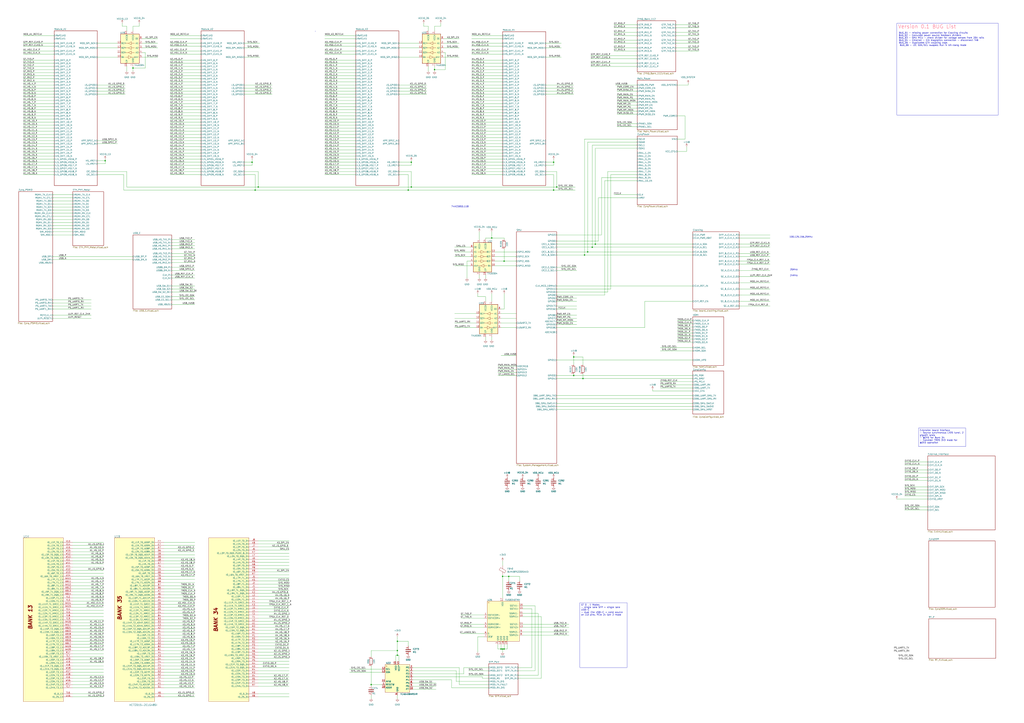
<source format=kicad_sch>
(kicad_sch (version 20250114) (generator "eeschema") (generator_version "9.0")
  (paper "A1")
  (title_block (title "TRNX SDR Carrier board") (date "2025-11-18") (rev "0.1") (company "Tronex s.r.o. / Tronex Group USA LLC"))
  (text "BUG_05 - Duplicated GTX coupling caps\n" (at 758.19 35.306 0) (effects (font (size 1.27 1.27))))
  (text "74HC595D,118" (at 377.698 169.926 0) (effects (font (size 1.27 1.27))))
  (text "BUG_06 - I2C SDA/SCL swaped. Run in bit-bang mode" (at 766.318 37.338 0) (effects (font (size 1.27 1.27))))
  (text "BUG_04 - Ethernet - Eth magnetics connection - disconnect TAB" (at 770.89 33.274 0) (effects (font (size 1.27 1.27))))
  (text "100,125,156.25MHz" (at 657.86 194.818 0) (effects (font (size 1.27 1.27))))
  (text "24MHz" (at 652.018 226.568 0) (effects (font (size 1.27 1.27))))
  (text "BUG_03 - SMU MCU - check divider for voltage senses from 20V rails" (at 773.176 31.242 0) (effects (font (size 1.27 1.27))))
  (text "25MHz" (at 652.018 221.742 0) (effects (font (size 1.27 1.27))))
  (text "BUG_01 - missing power connection for Clocking circuits" (at 766.572 27.178 0) (effects (font (size 1.27 1.27))))
  (text "BUG_02 - Calculate power source feedback dividers" (at 763.778 29.21 0) (effects (font (size 1.27 1.27))))
  (text_box "Extension board interface\n- Source synchronous LVDS tunel, 2 gigabit lanes \n- @2V5 for Bank 34\n- Consider TMDS 3V3 mode for @3V3 operation" (at 754.38 351.79 0) (size 38.735 15.24) (margins 0.9525 0.9525 0.9525 0.9525) (effects (font (size 1.27 1.27)) (justify left top)))
  (text_box "Version 0.1 BUG List" (at 736.6 19.05 0) (size 83.185 75.565) (margins 0.9525 0.9525 0.9525 0.9525) (effects (font (size 3 3)) (justify left top)))
  (text_box "GT 0 , 1 Modes\n- single lane SFP + single lane USB-C \n- dual line USB-C + cond source on 2.0 pins. PCIe 2x Gen 2 mode\n\n" (at 476.25 495.3 0) (size 38.735 53.34) (margins 0.9525 0.9525 0.9525 0.9525) (effects (font (size 1.27 1.27)) (justify left top)))
  (junction (at 212.09 153.67))
  (junction (at 478.79 311.15))
  (junction (at 304.8 562.61))
  (junction (at 471.17 293.37))
  (junction (at 109.22 55.88))
  (junction (at 486.41 203.2))
  (junction (at 417.83 473.71))
  (junction (at 337.82 153.67))
  (junction (at 454.66 133.35))
  (junction (at 412.75 473.71))
  (junction (at 412.75 533.4))
  (junction (at 488.95 200.66))
  (junction (at 454.66 156.21))
  (junction (at 207.01 133.35))
  (junction (at 326.39 534.67))
  (junction (at 411.48 533.4))
  (junction (at 337.82 133.35))
  (junction (at 335.28 156.21))
  (junction (at 471.17 308.61))
  (junction (at 326.39 527.05))
  (junction (at 403.86 195.58))
  (junction (at 414.02 533.4))
  (junction (at 356.87 57.15))
  (junction (at 480.06 209.55))
  (junction (at 326.39 538.48))
  (junction (at 414.02 214.63))
  (junction (at 482.6 207.01))
  (junction (at 457.2 153.67))
  (junction (at 86.36 132.08))
  (junction (at 209.55 156.21))
  (wire (pts (xy 19.05 72.39) (xy 44.45 72.39)))
  (wire (pts (xy 327.66 140.97) (xy 337.82 140.97)))
  (wire (pts (xy 116.84 35.56) (xy 129.54 35.56)))
  (wire (pts (xy 212.09 490.22) (xy 237.49 490.22)))
  (wire (pts (xy 387.35 69.85) (xy 412.75 69.85)))
  (wire (pts (xy 425.45 554.99) (xy 441.96 554.99)))
  (wire (pts (xy 59.69 481.33) (xy 85.09 481.33)))
  (wire (pts (xy 506.73 101.6) (xy 523.24 101.6)))
  (wire (pts (xy 212.09 508) (xy 237.49 508)))
  (wire (pts (xy 485.14 48.26) (xy 523.24 48.26)))
  (wire (pts (xy 287.02 552.45) (xy 313.69 552.45)))
  (wire (pts (xy 212.09 480.06) (xy 237.49 480.06)))
  (wire (pts (xy 19.05 57.15) (xy 44.45 57.15)))
  (wire (pts (xy 607.06 242.57) (xy 632.46 242.57)))
  (wire (pts (xy 212.09 558.8) (xy 237.49 558.8)))
  (wire (pts (xy 339.09 563.88) (xy 358.14 563.88)))
  (wire (pts (xy 607.06 208.28) (xy 632.46 208.28)))
  (wire (pts (xy 43.18 246.38) (xy 74.93 246.38)))
  (wire (pts (xy 212.09 543.56) (xy 237.49 543.56)))
  (wire (pts (xy 80.01 132.08) (xy 86.36 132.08)))
  (wire (pts (xy 59.69 560.07) (xy 85.09 560.07)))
  (wire (pts (xy 43.18 190.5) (xy 59.69 190.5)))
  (wire (pts (xy 448.31 74.93) (xy 471.17 74.93)))
  (wire (pts (xy 529.59 247.65) (xy 568.96 247.65)))
  (wire (pts (xy 212.09 520.7) (xy 237.49 520.7)))
  (wire (pts (xy 109.22 25.4) (xy 109.22 21.59)))
  (wire (pts (xy 43.18 175.26) (xy 59.69 175.26)))
  (wire (pts (xy 266.7 49.53) (xy 292.1 49.53)))
  (wire (pts (xy 387.35 115.57) (xy 412.75 115.57)))
  (wire (pts (xy 457.2 140.97) (xy 457.2 153.67)))
  (wire (pts (xy 365.76 57.15) (xy 365.76 43.18)))
  (wire (pts (xy 80.01 39.37) (xy 96.52 39.37)))
  (wire (pts (xy 19.05 59.69) (xy 44.45 59.69)))
  (wire (pts (xy 742.95 394.97) (xy 762 394.97)))
  (wire (pts (xy 134.62 562.61) (xy 160.02 562.61)))
  (wire (pts (xy 134.62 478.79) (xy 160.02 478.79)))
  (wire (pts (xy 444.5 506.73) (xy 429.26 506.73)))
  (wire (pts (xy 327.66 74.93) (xy 350.52 74.93)))
  (wire (pts (xy 327.66 77.47) (xy 350.52 77.47)))
  (wire (pts (xy 742.95 400.05) (xy 762 400.05)))
  (wire (pts (xy 408.94 529.59) (xy 408.94 533.4)))
  (wire (pts (xy 607.06 222.25) (xy 632.46 222.25)))
  (wire (pts (xy 139.7 95.25) (xy 165.1 95.25)))
  (wire (pts (xy 351.79 21.59) (xy 351.79 25.4)))
  (wire (pts (xy 554.99 41.91) (xy 574.04 41.91)))
  (wire (pts (xy 212.09 477.52) (xy 237.49 477.52)))
  (wire (pts (xy 403.86 195.58) (xy 398.78 195.58)))
  (wire (pts (xy 482.6 207.01) (xy 568.96 207.01)))
  (wire (pts (xy 207.01 135.89) (xy 207.01 133.35)))
  (wire (pts (xy 387.35 135.89) (xy 412.75 135.89)))
  (wire (pts (xy 212.09 518.16) (xy 237.49 518.16)))
  (wire (pts (xy 139.7 41.91) (xy 165.1 41.91)))
  (wire (pts (xy 59.69 509.27) (xy 85.09 509.27)))
  (wire (pts (xy 139.7 69.85) (xy 165.1 69.85)))
  (wire (pts (xy 19.05 44.45) (xy 44.45 44.45)))
  (wire (pts (xy 457.2 222.25) (xy 473.71 222.25)))
  (wire (pts (xy 335.28 143.51) (xy 335.28 156.21)))
  (wire (pts (xy 43.18 261.62) (xy 74.93 261.62)))
  (wire (pts (xy 361.95 21.59) (xy 361.95 19.05)))
  (wire (pts (xy 742.95 402.59) (xy 762 402.59)))
  (wire (pts (xy 412.75 472.44) (xy 412.75 473.71)))
  (wire (pts (xy 480.06 114.3) (xy 480.06 209.55)))
  (wire (pts (xy 457.2 200.66) (xy 488.95 200.66)))
  (wire (pts (xy 412.75 533.4) (xy 414.02 533.4)))
  (wire (pts (xy 139.7 107.95) (xy 165.1 107.95)))
  (wire (pts (xy 116.84 39.37) (xy 129.54 39.37)))
  (wire (pts (xy 59.69 562.61) (xy 85.09 562.61)))
  (wire (pts (xy 134.62 453.39) (xy 160.02 453.39)))
  (wire (pts (xy 383.54 214.63) (xy 386.08 214.63)))
  (wire (pts (xy 448.31 133.35) (xy 454.66 133.35)))
  (wire (pts (xy 80.01 74.93) (xy 102.87 74.93)))
  (wire (pts (xy 134.62 524.51) (xy 160.02 524.51)))
  (wire (pts (xy 212.09 561.34) (xy 237.49 561.34)))
  (wire (pts (xy 448.31 46.99) (xy 461.01 46.99)))
  (wire (pts (xy 104.14 21.59) (xy 104.14 25.4)))
  (wire (pts (xy 266.7 100.33) (xy 292.1 100.33)))
  (wire (pts (xy 134.62 557.53) (xy 160.02 557.53)))
  (wire (pts (xy 134.62 544.83) (xy 160.02 544.83)))
  (wire (pts (xy 139.7 113.03) (xy 165.1 113.03)))
  (wire (pts (xy 139.7 62.23) (xy 165.1 62.23)))
  (wire (pts (xy 59.69 514.35) (xy 85.09 514.35)))
  (wire (pts (xy 454.66 156.21) (xy 472.44 156.21)))
  (wire (pts (xy 471.17 292.1) (xy 471.17 293.37)))
  (polyline (pts (xy 259.08 25.4) (xy 259.08 26.035)))
  (wire (pts (xy 429.26 521.97) (xy 467.36 521.97)))
  (wire (pts (xy 19.05 133.35) (xy 44.45 133.35)))
  (wire (pts (xy 391.16 261.62) (xy 373.38 261.62)))
  (wire (pts (xy 19.05 97.79) (xy 44.45 97.79)))
  (wire (pts (xy 397.51 513.08) (xy 378.46 513.08)))
  (wire (pts (xy 607.06 251.46) (xy 632.46 251.46)))
  (wire (pts (xy 457.2 269.24) (xy 529.59 269.24)))
  (wire (pts (xy 114.3 21.59) (xy 114.3 19.05)))
  (wire (pts (xy 337.82 140.97) (xy 337.82 153.67)))
  (wire (pts (xy 139.7 135.89) (xy 165.1 135.89)))
  (wire (pts (xy 266.7 67.31) (xy 292.1 67.31)))
  (wire (pts (xy 140.97 246.38) (xy 160.02 246.38)))
  (wire (pts (xy 482.6 116.84) (xy 482.6 207.01)))
  (wire (pts (xy 134.62 499.11) (xy 160.02 499.11)))
  (wire (pts (xy 19.05 102.87) (xy 44.45 102.87)))
  (wire (pts (xy 200.66 74.93) (xy 223.52 74.93)))
  (wire (pts (xy 59.69 544.83) (xy 85.09 544.83)))
  (wire (pts (xy 119.38 43.18) (xy 116.84 43.18)))
  (wire (pts (xy 139.7 128.27) (xy 165.1 128.27)))
  (wire (pts (xy 19.05 77.47) (xy 44.45 77.47)))
  (wire (pts (xy 212.09 452.12) (xy 237.49 452.12)))
  (wire (pts (xy 266.7 90.17) (xy 292.1 90.17)))
  (wire (pts (xy 448.31 69.85) (xy 471.17 69.85)))
  (wire (pts (xy 19.05 120.65) (xy 44.45 120.65)))
  (wire (pts (xy 212.09 487.68) (xy 237.49 487.68)))
  (wire (pts (xy 101.6 143.51) (xy 101.6 156.21)))
  (wire (pts (xy 134.62 565.15) (xy 160.02 565.15)))
  (wire (pts (xy 59.69 466.09) (xy 85.09 466.09)))
  (wire (pts (xy 266.7 133.35) (xy 292.1 133.35)))
  (wire (pts (xy 139.7 52.07) (xy 165.1 52.07)))
  (wire (pts (xy 425.45 557.53) (xy 444.5 557.53)))
  (wire (pts (xy 212.09 570.23) (xy 237.49 570.23)))
  (wire (pts (xy 414.02 254) (xy 414.02 241.3)))
  (wire (pts (xy 200.66 133.35) (xy 207.01 133.35)))
  (wire (pts (xy 140.97 215.9) (xy 160.02 215.9)))
  (wire (pts (xy 377.19 548.64) (xy 377.19 562.61)))
  (wire (pts (xy 506.73 83.82) (xy 523.24 83.82)))
  (wire (pts (xy 266.7 115.57) (xy 292.1 115.57)))
  (wire (pts (xy 398.78 226.06) (xy 398.78 228.6)))
  (wire (pts (xy 19.05 130.81) (xy 44.45 130.81)))
  (wire (pts (xy 19.05 113.03) (xy 44.45 113.03)))
  (wire (pts (xy 607.06 247.65) (xy 632.46 247.65)))
  (wire (pts (xy 387.35 77.47) (xy 412.75 77.47)))
  (wire (pts (xy 80.01 69.85) (xy 102.87 69.85)))
  (wire (pts (xy 387.35 67.31) (xy 412.75 67.31)))
  (wire (pts (xy 387.35 130.81) (xy 412.75 130.81)))
  (wire (pts (xy 542.29 288.29) (xy 568.96 288.29)))
  (wire (pts (xy 19.05 80.01) (xy 44.45 80.01)))
  (wire (pts (xy 59.69 547.37) (xy 85.09 547.37)))
  (wire (pts (xy 80.01 118.11) (xy 96.52 118.11)))
  (wire (pts (xy 339.09 556.26) (xy 396.24 556.26)))
  (wire (pts (xy 43.18 182.88) (xy 59.69 182.88)))
  (wire (pts (xy 212.09 523.24) (xy 237.49 523.24)))
  (wire (pts (xy 381 553.72) (xy 381 548.64)))
  (wire (pts (xy 139.7 92.71) (xy 165.1 92.71)))
  (wire (pts (xy 384.81 551.18) (xy 401.32 551.18)))
  (wire (pts (xy 397.51 505.46) (xy 378.46 505.46)))
  (wire (pts (xy 488.95 200.66) (xy 568.96 200.66)))
  (wire (pts (xy 387.35 133.35) (xy 412.75 133.35)))
  (wire (pts (xy 326.39 571.5) (xy 326.39 574.04)))
  (wire (pts (xy 607.06 193.04) (xy 632.46 193.04)))
  (wire (pts (xy 287.02 549.91) (xy 313.69 549.91)))
  (wire (pts (xy 403.86 276.86) (xy 403.86 279.4)))
  (wire (pts (xy 448.31 72.39) (xy 471.17 72.39)))
  (wire (pts (xy 212.09 528.32) (xy 237.49 528.32)))
  (wire (pts (xy 377.19 562.61) (xy 401.32 562.61)))
  (wire (pts (xy 398.78 276.86) (xy 398.78 279.4)))
  (wire (pts (xy 134.62 458.47) (xy 160.02 458.47)))
  (wire (pts (xy 505.46 69.85) (xy 523.24 69.85)))
  (wire (pts (xy 43.18 165.1) (xy 59.69 165.1)))
  (wire (pts (xy 406.4 210.82) (xy 424.18 210.82)))
  (wire (pts (xy 335.28 530.86) (xy 335.28 527.05)))
  (wire (pts (xy 59.69 549.91) (xy 85.09 549.91)))
  (wire (pts (xy 139.7 35.56) (xy 165.1 35.56)))
  (wire (pts (xy 19.05 35.56) (xy 44.45 35.56)))
  (wire (pts (xy 104.14 153.67) (xy 212.09 153.67)))
  (wire (pts (xy 387.35 72.39) (xy 412.75 72.39)))
  (wire (pts (xy 140.97 243.84) (xy 160.02 243.84)))
  (wire (pts (xy 478.79 307.34) (xy 478.79 311.15)))
  (wire (pts (xy 59.69 519.43) (xy 85.09 519.43)))
  (wire (pts (xy 408.94 533.4) (xy 411.48 533.4)))
  (wire (pts (xy 59.69 511.81) (xy 85.09 511.81)))
  (wire (pts (xy 457.2 311.15) (xy 478.79 311.15)))
  (wire (pts (xy 387.35 123.19) (xy 412.75 123.19)))
  (wire (pts (xy 109.22 55.88) (xy 109.22 58.42)))
  (wire (pts (xy 139.7 44.45) (xy 165.1 44.45)))
  (wire (pts (xy 101.6 156.21) (xy 209.55 156.21)))
  (wire (pts (xy 478.79 311.15) (xy 568.96 311.15)))
  (wire (pts (xy 140.97 204.47) (xy 160.02 204.47)))
  (wire (pts (xy 59.69 521.97) (xy 85.09 521.97)))
  (wire (pts (xy 542.29 318.77) (xy 568.96 318.77)))
  (wire (pts (xy 335.28 527.05) (xy 326.39 527.05)))
  (wire (pts (xy 457.2 308.61) (xy 471.17 308.61)))
  (wire (pts (xy 139.7 105.41) (xy 165.1 105.41)))
  (wire (pts (xy 414.02 533.4) (xy 416.56 533.4)))
  (wire (pts (xy 140.97 240.03) (xy 160.02 240.03)))
  (wire (pts (xy 134.62 570.23) (xy 160.02 570.23)))
  (wire (pts (xy 457.2 266.7) (xy 473.71 266.7)))
  (wire (pts (xy 563.88 124.46) (xy 563.88 120.65)))
  (wire (pts (xy 212.09 515.62) (xy 237.49 515.62)))
  (wire (pts (xy 139.7 54.61) (xy 165.1 54.61)))
  (wire (pts (xy 140.97 208.28) (xy 160.02 208.28)))
  (wire (pts (xy 504.19 20.32) (xy 523.24 20.32)))
  (wire (pts (xy 43.18 248.92) (xy 74.93 248.92)))
  (wire (pts (xy 337.82 133.35) (xy 337.82 132.08)))
  (wire (pts (xy 59.69 552.45) (xy 85.09 552.45)))
  (wire (pts (xy 212.09 492.76) (xy 237.49 492.76)))
  (wire (pts (xy 134.62 476.25) (xy 160.02 476.25)))
  (wire (pts (xy 387.35 113.03) (xy 412.75 113.03)))
  (wire (pts (xy 80.01 143.51) (xy 101.6 143.51)))
  (wire (pts (xy 266.7 97.79) (xy 292.1 97.79)))
  (wire (pts (xy 19.05 74.93) (xy 44.45 74.93)))
  (wire (pts (xy 387.35 97.79) (xy 412.75 97.79)))
  (wire (pts (xy 506.73 86.36) (xy 523.24 86.36)))
  (wire (pts (xy 266.7 54.61) (xy 292.1 54.61)))
  (wire (pts (xy 457.2 295.91) (xy 568.96 295.91)))
  (wire (pts (xy 607.06 227.33) (xy 632.46 227.33)))
  (wire (pts (xy 396.24 556.26) (xy 396.24 557.53)))
  (wire (pts (xy 212.09 502.92) (xy 237.49 502.92)))
  (wire (pts (xy 134.62 461.01) (xy 160.02 461.01)))
  (wire (pts (xy 485.14 52.07) (xy 523.24 52.07)))
  (wire (pts (xy 562.61 114.3) (xy 562.61 95.25)))
  (wire (pts (xy 266.7 118.11) (xy 292.1 118.11)))
  (wire (pts (xy 19.05 143.51) (xy 44.45 143.51)))
  (wire (pts (xy 471.17 307.34) (xy 471.17 308.61)))
  (wire (pts (xy 496.57 242.57) (xy 457.2 242.57)))
  (wire (pts (xy 480.06 209.55) (xy 568.96 209.55)))
  (wire (pts (xy 140.97 199.39) (xy 160.02 199.39)))
  (wire (pts (xy 59.69 483.87) (xy 85.09 483.87)))
  (wire (pts (xy 266.7 77.47) (xy 292.1 77.47)))
  (wire (pts (xy 387.35 85.09) (xy 412.75 85.09)))
  (wire (pts (xy 19.05 90.17) (xy 44.45 90.17)))
  (wire (pts (xy 80.01 72.39) (xy 102.87 72.39)))
  (wire (pts (xy 266.7 135.89) (xy 292.1 135.89)))
  (wire (pts (xy 607.06 232.41) (xy 632.46 232.41)))
  (wire (pts (xy 212.09 459.74) (xy 237.49 459.74)))
  (wire (pts (xy 387.35 62.23) (xy 412.75 62.23)))
  (wire (pts (xy 134.62 496.57) (xy 160.02 496.57)))
  (wire (pts (xy 209.55 143.51) (xy 209.55 156.21)))
  (wire (pts (xy 454.66 143.51) (xy 454.66 156.21)))
  (wire (pts (xy 200.66 143.51) (xy 209.55 143.51)))
  (wire (pts (xy 139.7 85.09) (xy 165.1 85.09)))
  (wire (pts (xy 356.87 54.61) (xy 356.87 57.15)))
  (wire (pts (xy 212.09 153.67) (xy 337.82 153.67)))
  (wire (pts (xy 387.35 87.63) (xy 412.75 87.63)))
  (wire (pts (xy 347.98 19.05) (xy 347.98 21.59)))
  (wire (pts (xy 134.62 519.43) (xy 160.02 519.43)))
  (wire (pts (xy 535.94 321.31) (xy 535.94 320.04)))
  (wire (pts (xy 383.54 214.63) (xy 383.54 228.6)))
  (wire (pts (xy 412.75 473.71) (xy 412.75 491.49)))
  (wire (pts (xy 387.35 31.75) (xy 412.75 31.75)))
  (wire (pts (xy 386.08 207.01) (xy 373.38 207.01)))
  (wire (pts (xy 556.26 273.685) (xy 568.96 273.685)))
  (wire (pts (xy 457.2 237.49) (xy 501.65 237.49)))
  (wire (pts (xy 457.2 234.95) (xy 568.96 234.95)))
  (wire (pts (xy 370.84 558.8) (xy 339.09 558.8)))
  (wire (pts (xy 59.69 501.65) (xy 85.09 501.65)))
  (wire (pts (xy 43.18 193.04) (xy 59.69 193.04)))
  (wire (pts (xy 436.88 500.38) (xy 429.26 500.38)))
  (wire (pts (xy 140.97 213.36) (xy 160.02 213.36)))
  (wire (pts (xy 364.49 39.37) (xy 377.19 39.37)))
  (wire (pts (xy 425.45 548.64) (xy 436.88 548.64)))
  (wire (pts (xy 19.05 49.53) (xy 44.45 49.53)))
  (wire (pts (xy 116.84 46.99) (xy 129.54 46.99)))
  (wire (pts (xy 387.35 82.55) (xy 412.75 82.55)))
  (wire (pts (xy 387.35 90.17) (xy 412.75 90.17)))
  (wire (pts (xy 504.19 39.37) (xy 523.24 39.37)))
  (wire (pts (xy 19.05 29.21) (xy 44.45 29.21)))
  (wire (pts (xy 387.35 80.01) (xy 412.75 80.01)))
  (wire (pts (xy 556.26 266.065) (xy 568.96 266.065)))
  (wire (pts (xy 387.35 38.1) (xy 412.75 38.1)))
  (wire (pts (xy 134.62 445.77) (xy 160.02 445.77)))
  (wire (pts (xy 742.95 388.62) (xy 762 388.62)))
  (wire (pts (xy 356.87 57.15) (xy 356.87 58.42)))
  (wire (pts (xy 386.08 210.82) (xy 373.38 210.82)))
  (wire (pts (xy 523.24 148.59) (xy 496.57 148.59)))
  (wire (pts (xy 212.09 553.72) (xy 237.49 553.72)))
  (wire (pts (xy 212.09 462.28) (xy 237.49 462.28)))
  (wire (pts (xy 59.69 450.85) (xy 85.09 450.85)))
  (wire (pts (xy 326.39 523.24) (xy 326.39 527.05)))
  (wire (pts (xy 387.35 92.71) (xy 412.75 92.71)))
  (wire (pts (xy 139.7 102.87) (xy 165.1 102.87)))
  (wire (pts (xy 212.09 467.36) (xy 237.49 467.36)))
  (wire (pts (xy 387.35 35.56) (xy 412.75 35.56)))
  (wire (pts (xy 304.8 534.67) (xy 326.39 534.67)))
  (wire (pts (xy 139.7 120.65) (xy 165.1 120.65)))
  (wire (pts (xy 607.06 214.63) (xy 632.46 214.63)))
  (wire (pts (xy 327.66 543.56) (xy 327.66 538.48)))
  (wire (pts (xy 19.05 140.97) (xy 44.45 140.97)))
  (wire (pts (xy 200.66 69.85) (xy 223.52 69.85)))
  (wire (pts (xy 59.69 539.75) (xy 85.09 539.75)))
  (wire (pts (xy 457.2 254) (xy 473.71 254)))
  (wire (pts (xy 134.62 542.29) (xy 160.02 542.29)))
  (wire (pts (xy 499.11 240.03) (xy 499.11 140.97)))
  (wire (pts (xy 80.01 115.57) (xy 96.52 115.57)))
  (wire (pts (xy 212.09 447.04) (xy 237.49 447.04)))
  (wire (pts (xy 304.8 562.61) (xy 313.69 562.61)))
  (wire (pts (xy 139.7 57.15) (xy 165.1 57.15)))
  (wire (pts (xy 556.26 276.225) (xy 568.96 276.225)))
  (wire (pts (xy 325.12 538.48) (xy 325.12 543.56)))
  (wire (pts (xy 374.65 551.18) (xy 374.65 560.07)))
  (wire (pts (xy 506.73 72.39) (xy 523.24 72.39)))
  (wire (pts (xy 554.99 29.21) (xy 574.04 29.21)))
  (wire (pts (xy 19.05 115.57) (xy 44.45 115.57)))
  (wire (pts (xy 397.51 515.62) (xy 378.46 515.62)))
  (wire (pts (xy 212.09 513.08) (xy 237.49 513.08)))
  (wire (pts (xy 212.09 482.6) (xy 237.49 482.6)))
  (wire (pts (xy 104.14 140.97) (xy 104.14 153.67)))
  (wire (pts (xy 491.49 162.56) (xy 523.24 162.56)))
  (wire (pts (xy 59.69 478.79) (xy 85.09 478.79)))
  (wire (pts (xy 134.62 521.97) (xy 160.02 521.97)))
  (wire (pts (xy 19.05 87.63) (xy 44.45 87.63)))
  (wire (pts (xy 59.69 532.13) (xy 85.09 532.13)))
  (wire (pts (xy 457.2 207.01) (xy 482.6 207.01)))
  (wire (pts (xy 457.2 334.01) (xy 568.96 334.01)))
  (wire (pts (xy 414.02 529.59) (xy 414.02 533.4)))
  (wire (pts (xy 59.69 461.01) (xy 85.09 461.01)))
  (wire (pts (xy 414.02 204.47) (xy 414.02 214.63)))
  (wire (pts (xy 209.55 156.21) (xy 335.28 156.21)))
  (wire (pts (xy 212.09 538.48) (xy 237.49 538.48)))
  (wire (pts (xy 742.95 405.13) (xy 762 405.13)))
  (wire (pts (xy 140.97 237.49) (xy 160.02 237.49)))
  (wire (pts (xy 504.19 26.67) (xy 523.24 26.67)))
  (wire (pts (xy 554.99 35.56) (xy 574.04 35.56)))
  (wire (pts (xy 59.69 554.99) (xy 85.09 554.99)))
  (wire (pts (xy 387.35 118.11) (xy 412.75 118.11)))
  (wire (pts (xy 59.69 476.25) (xy 85.09 476.25)))
  (wire (pts (xy 139.7 29.21) (xy 165.1 29.21)))
  (wire (pts (xy 266.7 38.1) (xy 292.1 38.1)))
  (wire (pts (xy 406.4 218.44) (xy 424.18 218.44)))
  (wire (pts (xy 134.62 549.91) (xy 160.02 549.91)))
  (wire (pts (xy 134.62 486.41) (xy 160.02 486.41)))
  (wire (pts (xy 212.09 510.54) (xy 237.49 510.54)))
  (wire (pts (xy 304.8 562.61) (xy 304.8 563.88)))
  (wire (pts (xy 212.09 454.66) (xy 237.49 454.66)))
  (wire (pts (xy 391.16 269.24) (xy 373.38 269.24)))
  (wire (pts (xy 212.09 525.78) (xy 237.49 525.78)))
  (wire (pts (xy 457.2 203.2) (xy 486.41 203.2)))
  (wire (pts (xy 457.2 264.16) (xy 473.71 264.16)))
  (wire (pts (xy 496.57 148.59) (xy 496.57 242.57)))
  (wire (pts (xy 139.7 90.17) (xy 165.1 90.17)))
  (wire (pts (xy 429.26 515.62) (xy 467.36 515.62)))
  (wire (pts (xy 411.48 261.62) (xy 424.18 261.62)))
  (wire (pts (xy 411.48 254) (xy 414.02 254)))
  (wire (pts (xy 59.69 453.39) (xy 85.09 453.39)))
  (wire (pts (xy 19.05 52.07) (xy 44.45 52.07)))
  (wire (pts (xy 212.09 140.97) (xy 212.09 153.67)))
  (wire (pts (xy 19.05 85.09) (xy 44.45 85.09)))
  (wire (pts (xy 134.62 554.99) (xy 160.02 554.99)))
  (wire (pts (xy 59.69 448.31) (xy 85.09 448.31)))
  (wire (pts (xy 266.7 138.43) (xy 292.1 138.43)))
  (wire (pts (xy 387.35 41.91) (xy 412.75 41.91)))
  (wire (pts (xy 134.62 483.87) (xy 160.02 483.87)))
  (wire (pts (xy 139.7 110.49) (xy 165.1 110.49)))
  (wire (pts (xy 607.06 200.66) (xy 632.46 200.66)))
  (wire (pts (xy 411.48 529.59) (xy 411.48 533.4)))
  (wire (pts (xy 393.7 226.06) (xy 393.7 228.6)))
  (wire (pts (xy 387.35 64.77) (xy 412.75 64.77)))
  (wire (pts (xy 139.7 77.47) (xy 165.1 77.47)))
  (wire (pts (xy 43.18 172.72) (xy 59.69 172.72)))
  (wire (pts (xy 139.7 87.63) (xy 165.1 87.63)))
  (wire (pts (xy 414.02 195.58) (xy 403.86 195.58)))
  (wire (pts (xy 327.66 135.89) (xy 337.82 135.89)))
  (wire (pts (xy 424.18 292.1) (xy 411.48 292.1)))
  (wire (pts (xy 140.97 201.93) (xy 160.02 201.93)))
  (wire (pts (xy 387.35 100.33) (xy 412.75 100.33)))
  (wire (pts (xy 607.06 210.82) (xy 632.46 210.82)))
  (wire (pts (xy 139.7 138.43) (xy 165.1 138.43)))
  (wire (pts (xy 387.35 120.65) (xy 412.75 120.65)))
  (wire (pts (xy 139.7 38.1) (xy 165.1 38.1)))
  (wire (pts (xy 401.32 565.15) (xy 370.84 565.15)))
  (wire (pts (xy 501.65 237.49) (xy 501.65 143.51)))
  (wire (pts (xy 134.62 552.45) (xy 160.02 552.45)))
  (wire (pts (xy 448.31 140.97) (xy 457.2 140.97)))
  (wire (pts (xy 134.62 529.59) (xy 160.02 529.59)))
  (wire (pts (xy 116.84 31.75) (xy 129.54 31.75)))
  (wire (pts (xy 212.09 469.9) (xy 237.49 469.9)))
  (wire (pts (xy 43.18 170.18) (xy 59.69 170.18)))
  (wire (pts (xy 266.7 69.85) (xy 292.1 69.85)))
  (wire (pts (xy 19.05 69.85) (xy 44.45 69.85)))
  (wire (pts (xy 200.66 135.89) (xy 207.01 135.89)))
  (wire (pts (xy 212.09 449.58) (xy 237.49 449.58)))
  (wire (pts (xy 414.02 196.85) (xy 414.02 195.58)))
  (wire (pts (xy 457.2 240.03) (xy 499.11 240.03)))
  (wire (pts (xy 425.45 551.18) (xy 439.42 551.18)))
  (wire (pts (xy 326.39 538.48) (xy 325.12 538.48)))
  (wire (pts (xy 387.35 138.43) (xy 412.75 138.43)))
  (wire (pts (xy 494.03 146.05) (xy 523.24 146.05)))
  (wire (pts (xy 43.18 259.08) (xy 74.93 259.08)))
  (wire (pts (xy 506.73 91.44) (xy 523.24 91.44)))
  (wire (pts (xy 266.7 41.91) (xy 292.1 41.91)))
  (wire (pts (xy 429.26 519.43) (xy 467.36 519.43)))
  (wire (pts (xy 441.96 504.19) (xy 429.26 504.19)))
  (wire (pts (xy 504.19 160.02) (xy 523.24 160.02)))
  (wire (pts (xy 134.62 504.19) (xy 160.02 504.19)))
  (wire (pts (xy 140.97 219.71) (xy 160.02 219.71)))
  (wire (pts (xy 347.98 21.59) (xy 351.79 21.59)))
  (wire (pts (xy 356.87 57.15) (xy 365.76 57.15)))
  (wire (pts (xy 109.22 54.61) (xy 109.22 55.88)))
  (wire (pts (xy 134.62 501.65) (xy 160.02 501.65)))
  (wire (pts (xy 134.62 494.03) (xy 160.02 494.03)))
  (wire (pts (xy 742.95 419.1) (xy 762 419.1)))
  (wire (pts (xy 80.01 134.62) (xy 86.36 134.62)))
  (wire (pts (xy 212.09 548.64) (xy 237.49 548.64)))
  (wire (pts (xy 373.38 218.44) (xy 386.08 218.44)))
  (wire (pts (xy 457.2 325.12) (xy 568.96 325.12)))
  (wire (pts (xy 384.81 554.99) (xy 401.32 554.99)))
  (wire (pts (xy 742.95 379.73) (xy 762 379.73)))
  (wire (pts (xy 200.66 140.97) (xy 212.09 140.97)))
  (wire (pts (xy 59.69 468.63) (xy 85.09 468.63)))
  (wire (pts (xy 387.35 102.87) (xy 412.75 102.87)))
  (wire (pts (xy 212.09 533.4) (xy 237.49 533.4)))
  (wire (pts (xy 351.79 54.61) (xy 351.79 58.42)))
  (wire (pts (xy 387.35 54.61) (xy 412.75 54.61)))
  (wire (pts (xy 200.66 35.56) (xy 213.36 35.56)))
  (wire (pts (xy 327.66 46.99) (xy 344.17 46.99)))
  (wire (pts (xy 134.62 506.73) (xy 160.02 506.73)))
  (wire (pts (xy 266.7 74.93) (xy 292.1 74.93)))
  (wire (pts (xy 397.51 508) (xy 378.46 508)))
  (wire (pts (xy 426.72 473.71) (xy 417.83 473.71)))
  (wire (pts (xy 387.35 128.27) (xy 412.75 128.27)))
  (wire (pts (xy 140.97 226.06) (xy 160.02 226.06)))
  (wire (pts (xy 59.69 557.53) (xy 85.09 557.53)))
  (wire (pts (xy 391.16 257.81) (xy 373.38 257.81)))
  (wire (pts (xy 140.97 228.6) (xy 160.02 228.6)))
  (wire (pts (xy 19.05 118.11) (xy 44.45 118.11)))
  (wire (pts (xy 523.24 114.3) (xy 480.06 114.3)))
  (wire (pts (xy 504.19 35.56) (xy 523.24 35.56)))
  (wire (pts (xy 266.7 130.81) (xy 292.1 130.81)))
  (wire (pts (xy 607.06 217.17) (xy 632.46 217.17)))
  (wire (pts (xy 140.97 250.19) (xy 160.02 250.19)))
  (wire (pts (xy 212.09 572.77) (xy 237.49 572.77)))
  (wire (pts (xy 392.43 243.84) (xy 392.43 241.3)))
  (wire (pts (xy 365.76 43.18) (xy 364.49 43.18)))
  (wire (pts (xy 59.69 506.73) (xy 85.09 506.73)))
  (wire (pts (xy 139.7 82.55) (xy 165.1 82.55)))
  (wire (pts (xy 339.09 551.18) (xy 374.65 551.18)))
  (wire (pts (xy 387.35 57.15) (xy 412.75 57.15)))
  (wire (pts (xy 266.7 105.41) (xy 292.1 105.41)))
  (wire (pts (xy 200.66 46.99) (xy 213.36 46.99)))
  (wire (pts (xy 478.79 299.72) (xy 478.79 293.37)))
  (wire (pts (xy 554.99 22.86) (xy 574.04 22.86)))
  (wire (pts (xy 134.62 527.05) (xy 160.02 527.05)))
  (wire (pts (xy 59.69 524.51) (xy 85.09 524.51)))
  (wire (pts (xy 304.8 571.5) (xy 304.8 574.04)))
  (wire (pts (xy 266.7 35.56) (xy 292.1 35.56)))
  (wire (pts (xy 80.01 46.99) (xy 96.52 46.99)))
  (wire (pts (xy 387.35 110.49) (xy 412.75 110.49)))
  (wire (pts (xy 139.7 118.11) (xy 165.1 118.11)))
  (wire (pts (xy 80.01 140.97) (xy 104.14 140.97)))
  (wire (pts (xy 457.2 193.04) (xy 494.03 193.04)))
  (wire (pts (xy 43.18 180.34) (xy 59.69 180.34)))
  (wire (pts (xy 59.69 488.95) (xy 85.09 488.95)))
  (wire (pts (xy 556.26 114.3) (xy 562.61 114.3)))
  (wire (pts (xy 100.33 21.59) (xy 104.14 21.59)))
  (wire (pts (xy 556.26 268.605) (xy 568.96 268.605)))
  (wire (pts (xy 212.09 541.02) (xy 237.49 541.02)))
  (wire (pts (xy 19.05 105.41) (xy 44.45 105.41)))
  (wire (pts (xy 140.97 196.85) (xy 160.02 196.85)))
  (wire (pts (xy 494.03 193.04) (xy 494.03 146.05)))
  (wire (pts (xy 356.87 21.59) (xy 361.95 21.59)))
  (wire (pts (xy 134.62 488.95) (xy 160.02 488.95)))
  (wire (pts (xy 403.86 241.3) (xy 403.86 247.65)))
  (wire (pts (xy 80.01 77.47) (xy 102.87 77.47)))
  (wire (pts (xy 134.62 481.33) (xy 160.02 481.33)))
  (wire (pts (xy 59.69 491.49) (xy 85.09 491.49)))
  (wire (pts (xy 139.7 97.79) (xy 165.1 97.79)))
  (wire (pts (xy 326.39 527.05) (xy 326.39 534.67)))
  (wire (pts (xy 562.61 95.25) (xy 556.26 95.25)))
  (wire (pts (xy 742.95 386.08) (xy 762 386.08)))
  (wire (pts (xy 408.94 308.61) (xy 424.18 308.61)))
  (wire (pts (xy 266.7 82.55) (xy 292.1 82.55)))
  (wire (pts (xy 327.66 39.37) (xy 344.17 39.37)))
  (wire (pts (xy 411.48 265.43) (xy 424.18 265.43)))
  (wire (pts (xy 448.31 143.51) (xy 454.66 143.51)))
  (wire (pts (xy 439.42 497.84) (xy 429.26 497.84)))
  (wire (pts (xy 387.35 140.97) (xy 412.75 140.97)))
  (wire (pts (xy 134.62 532.13) (xy 160.02 532.13)))
  (wire (pts (xy 59.69 445.77) (xy 85.09 445.77)))
  (wire (pts (xy 457.2 219.71) (xy 473.71 219.71)))
  (wire (pts (xy 140.97 234.95) (xy 160.02 234.95)))
  (wire (pts (xy 485.14 54.61) (xy 523.24 54.61)))
  (wire (pts (xy 370.84 565.15) (xy 370.84 558.8)))
  (wire (pts (xy 486.41 203.2) (xy 568.96 203.2)))
  (wire (pts (xy 378.46 520.7) (xy 397.51 520.7)))
  (wire (pts (xy 457.2 153.67) (xy 472.44 153.67)))
  (wire (pts (xy 504.19 29.21) (xy 523.24 29.21)))
  (wire (pts (xy 504.19 41.91) (xy 523.24 41.91)))
  (wire (pts (xy 403.86 190.5) (xy 403.86 195.58)))
  (wire (pts (xy 266.7 85.09) (xy 292.1 85.09)))
  (wire (pts (xy 100.33 19.05) (xy 100.33 21.59)))
  (wire (pts (xy 412.75 461.01) (xy 412.75 464.82)))
  (wire (pts (xy 266.7 120.65) (xy 292.1 120.65)))
  (wire (pts (xy 139.7 74.93) (xy 165.1 74.93)))
  (wire (pts (xy 200.66 72.39) (xy 223.52 72.39)))
  (wire (pts (xy 339.09 566.42) (xy 358.14 566.42)))
  (wire (pts (xy 386.08 203.2) (xy 373.38 203.2)))
  (wire (pts (xy 607.06 195.58) (xy 632.46 195.58)))
  (wire (pts (xy 523.24 116.84) (xy 482.6 116.84)))
  (wire (pts (xy 212.09 457.2) (xy 237.49 457.2)))
  (wire (pts (xy 554.99 20.32) (xy 574.04 20.32)))
  (wire (pts (xy 504.19 33.02) (xy 523.24 33.02)))
  (wire (pts (xy 266.7 62.23) (xy 292.1 62.23)))
  (wire (pts (xy 207.01 133.35) (xy 207.01 130.81)))
  (wire (pts (xy 134.62 534.67) (xy 160.02 534.67)))
  (wire (pts (xy 426.72 477.52) (xy 426.72 473.71)))
  (wire (pts (xy 457.2 327.66) (xy 568.96 327.66)))
  (wire (pts (xy 19.05 67.31) (xy 44.45 67.31)))
  (wire (pts (xy 742.95 407.67) (xy 762 407.67)))
  (wire (pts (xy 471.17 293.37) (xy 471.17 299.72)))
  (wire (pts (xy 387.35 49.53) (xy 412.75 49.53)))
  (wire (pts (xy 134.62 455.93) (xy 160.02 455.93)))
  (wire (pts (xy 506.73 88.9) (xy 523.24 88.9)))
  (wire (pts (xy 506.73 74.93) (xy 523.24 74.93)))
  (wire (pts (xy 139.7 140.97) (xy 165.1 140.97)))
  (wire (pts (xy 266.7 123.19) (xy 292.1 123.19)))
  (wire (pts (xy 109.22 55.88) (xy 119.38 55.88)))
  (wire (pts (xy 398.78 195.58) (xy 398.78 196.85)))
  (wire (pts (xy 19.05 128.27) (xy 44.45 128.27)))
  (wire (pts (xy 448.31 77.47) (xy 471.17 77.47)))
  (wire (pts (xy 139.7 59.69) (xy 165.1 59.69)))
  (wire (pts (xy 441.96 554.99) (xy 441.96 504.19)))
  (wire (pts (xy 416.56 533.4) (xy 416.56 529.59)))
  (wire (pts (xy 457.2 247.65) (xy 473.71 247.65)))
  (wire (pts (xy 119.38 55.88) (xy 119.38 43.18)))
  (wire (pts (xy 387.35 29.21) (xy 412.75 29.21)))
  (wire (pts (xy 59.69 534.67) (xy 85.09 534.67)))
  (wire (pts (xy 59.69 455.93) (xy 85.09 455.93)))
  (wire (pts (xy 212.09 474.98) (xy 237.49 474.98)))
  (wire (pts (xy 398.78 243.84) (xy 392.43 243.84)))
  (wire (pts (xy 542.29 313.69) (xy 568.96 313.69)))
  (wire (pts (xy 266.7 80.01) (xy 292.1 80.01)))
  (wire (pts (xy 200.66 77.47) (xy 223.52 77.47)))
  (wire (pts (xy 212.09 563.88) (xy 237.49 563.88)))
  (wire (pts (xy 134.62 537.21) (xy 160.02 537.21)))
  (wire (pts (xy 454.66 135.89) (xy 454.66 133.35)))
  (wire (pts (xy 457.2 209.55) (xy 480.06 209.55)))
  (wire (pts (xy 139.7 125.73) (xy 165.1 125.73)))
  (wire (pts (xy 19.05 107.95) (xy 44.45 107.95)))
  (wire (pts (xy 506.73 81.28) (xy 523.24 81.28)))
  (wire (pts (xy 59.69 458.47) (xy 85.09 458.47)))
  (wire (pts (xy 139.7 123.19) (xy 165.1 123.19)))
  (wire (pts (xy 19.05 95.25) (xy 44.45 95.25)))
  (wire (pts (xy 266.7 128.27) (xy 292.1 128.27)))
  (wire (pts (xy 134.62 463.55) (xy 160.02 463.55)))
  (wire (pts (xy 491.49 198.12) (xy 491.49 162.56)))
  (wire (pts (xy 266.7 110.49) (xy 292.1 110.49)))
  (wire (pts (xy 406.4 207.01) (xy 424.18 207.01)))
  (wire (pts (xy 457.2 259.08) (xy 473.71 259.08)))
  (wire (pts (xy 19.05 64.77) (xy 44.45 64.77)))
  (wire (pts (xy 200.66 39.37) (xy 213.36 39.37)))
  (wire (pts (xy 486.41 119.38) (xy 486.41 203.2)))
  (wire (pts (xy 212.09 464.82) (xy 237.49 464.82)))
  (wire (pts (xy 387.35 59.69) (xy 412.75 59.69)))
  (wire (pts (xy 139.7 80.01) (xy 165.1 80.01)))
  (wire (pts (xy 134.62 450.85) (xy 160.02 450.85)))
  (wire (pts (xy 59.69 486.41) (xy 85.09 486.41)))
  (wire (pts (xy 411.48 257.81) (xy 424.18 257.81)))
  (wire (pts (xy 523.24 119.38) (xy 486.41 119.38)))
  (wire (pts (xy 59.69 496.57) (xy 85.09 496.57)))
  (wire (pts (xy 387.35 52.07) (xy 412.75 52.07)))
  (wire (pts (xy 134.62 560.07) (xy 160.02 560.07)))
  (wire (pts (xy 411.48 533.4) (xy 412.75 533.4)))
  (wire (pts (xy 134.62 572.77) (xy 160.02 572.77)))
  (wire (pts (xy 19.05 92.71) (xy 44.45 92.71)))
  (wire (pts (xy 266.7 143.51) (xy 292.1 143.51)))
  (wire (pts (xy 506.73 93.98) (xy 523.24 93.98)))
  (wire (pts (xy 408.94 306.07) (xy 424.18 306.07)))
  (wire (pts (xy 266.7 57.15) (xy 292.1 57.15)))
  (wire (pts (xy 457.2 198.12) (xy 491.49 198.12)))
  (wire (pts (xy 212.09 535.94) (xy 237.49 535.94)))
  (wire (pts (xy 448.31 39.37) (xy 461.01 39.37)))
  (wire (pts (xy 212.09 497.84) (xy 237.49 497.84)))
  (wire (pts (xy 327.66 133.35) (xy 337.82 133.35)))
  (wire (pts (xy 506.73 78.74) (xy 523.24 78.74)))
  (wire (pts (xy 266.7 107.95) (xy 292.1 107.95)))
  (wire (pts (xy 59.69 504.19) (xy 85.09 504.19)))
  (wire (pts (xy 742.95 382.27) (xy 762 382.27)))
  (wire (pts (xy 104.14 54.61) (xy 104.14 58.42)))
  (wire (pts (xy 266.7 92.71) (xy 292.1 92.71)))
  (wire (pts (xy 266.7 72.39) (xy 292.1 72.39)))
  (wire (pts (xy 266.7 95.25) (xy 292.1 95.25)))
  (wire (pts (xy 59.69 499.11) (xy 85.09 499.11)))
  (wire (pts (xy 59.69 516.89) (xy 85.09 516.89)))
  (wire (pts (xy 417.83 473.71) (xy 412.75 473.71)))
  (wire (pts (xy 607.06 203.2) (xy 632.46 203.2)))
  (wire (pts (xy 212.09 505.46) (xy 237.49 505.46)))
  (wire (pts (xy 448.31 135.89) (xy 454.66 135.89)))
  (wire (pts (xy 742.95 392.43) (xy 762 392.43)))
  (wire (pts (xy 139.7 115.57) (xy 165.1 115.57)))
  (wire (pts (xy 266.7 64.77) (xy 292.1 64.77)))
  (wire (pts (xy 374.65 560.07) (xy 401.32 560.07)))
  (wire (pts (xy 139.7 67.31) (xy 165.1 67.31)))
  (wire (pts (xy 109.22 21.59) (xy 114.3 21.59)))
  (wire (pts (xy 212.09 495.3) (xy 237.49 495.3)))
  (wire (pts (xy 59.69 471.17) (xy 85.09 471.17)))
  (wire (pts (xy 140.97 210.82) (xy 160.02 210.82)))
  (wire (pts (xy 444.5 557.53) (xy 444.5 506.73)))
  (wire (pts (xy 556.26 263.525) (xy 568.96 263.525)))
  (wire (pts (xy 304.8 547.37) (xy 304.8 562.61)))
  (wire (pts (xy 339.09 561.34) (xy 358.14 561.34)))
  (wire (pts (xy 134.62 471.17) (xy 160.02 471.17)))
  (wire (pts (xy 736.6 410.21) (xy 762 410.21)))
  (wire (pts (xy 392.43 523.24) (xy 397.51 523.24)))
  (wire (pts (xy 554.99 33.02) (xy 574.04 33.02)))
  (wire (pts (xy 59.69 572.77) (xy 85.09 572.77)))
  (wire (pts (xy 523.24 121.92) (xy 488.95 121.92)))
  (wire (pts (xy 134.62 516.89) (xy 160.02 516.89)))
  (wire (pts (xy 139.7 130.81) (xy 165.1 130.81)))
  (wire (pts (xy 139.7 31.75) (xy 165.1 31.75)))
  (wire (pts (xy 398.78 247.65) (xy 398.78 243.84)))
  (wire (pts (xy 212.09 556.26) (xy 237.49 556.26)))
  (wire (pts (xy 134.62 509.27) (xy 160.02 509.27)))
  (wire (pts (xy 417.83 473.71) (xy 417.83 477.52)))
  (wire (pts (xy 43.18 162.56) (xy 59.69 162.56)))
  (wire (pts (xy 387.35 125.73) (xy 412.75 125.73)))
  (wire (pts (xy 134.62 473.71) (xy 160.02 473.71)))
  (wire (pts (xy 134.62 466.09) (xy 160.02 466.09)))
  (wire (pts (xy 43.18 213.36) (xy 109.22 213.36)))
  (wire (pts (xy 439.42 551.18) (xy 439.42 497.84)))
  (wire (pts (xy 556.26 281.305) (xy 568.96 281.305)))
  (wire (pts (xy 212.09 485.14) (xy 237.49 485.14)))
  (wire (pts (xy 212.09 530.86) (xy 237.49 530.86)))
  (wire (pts (xy 19.05 110.49) (xy 44.45 110.49)))
  (wire (pts (xy 327.66 72.39) (xy 350.52 72.39)))
  (wire (pts (xy 212.09 444.5) (xy 237.49 444.5)))
  (wire (pts (xy 556.26 278.765) (xy 568.96 278.765)))
  (wire (pts (xy 19.05 125.73) (xy 44.45 125.73)))
  (wire (pts (xy 139.7 133.35) (xy 165.1 133.35)))
  (wire (pts (xy 59.69 542.29) (xy 85.09 542.29)))
  (wire (pts (xy 554.99 39.37) (xy 574.04 39.37)))
  (wire (pts (xy 335.28 156.21) (xy 454.66 156.21)))
  (wire (pts (xy 364.49 46.99) (xy 377.19 46.99)))
  (wire (pts (xy 43.18 251.46) (xy 74.93 251.46)))
  (wire (pts (xy 529.59 269.24) (xy 529.59 247.65)))
  (wire (pts (xy 134.62 539.75) (xy 160.02 539.75)))
  (wire (pts (xy 326.39 534.67) (xy 326.39 538.48)))
  (wire (pts (xy 19.05 38.1) (xy 44.45 38.1)))
  (wire (pts (xy 134.62 491.49) (xy 160.02 491.49)))
  (wire (pts (xy 43.18 254) (xy 74.93 254)))
  (wire (pts (xy 59.69 529.59) (xy 85.09 529.59)))
  (wire (pts (xy 86.36 134.62) (xy 86.36 132.08)))
  (wire (pts (xy 387.35 105.41) (xy 412.75 105.41)))
  (wire (pts (xy 506.73 104.14) (xy 523.24 104.14)))
  (wire (pts (xy 499.11 140.97) (xy 523.24 140.97)))
  (wire (pts (xy 59.69 494.03) (xy 85.09 494.03)))
  (wire (pts (xy 356.87 25.4) (xy 356.87 21.59)))
  (wire (pts (xy 488.95 121.92) (xy 488.95 200.66)))
  (wire (pts (xy 59.69 570.23) (xy 85.09 570.23)))
  (wire (pts (xy 59.69 463.55) (xy 85.09 463.55)))
  (wire (pts (xy 212.09 551.18) (xy 237.49 551.18)))
  (wire (pts (xy 59.69 565.15) (xy 85.09 565.15)))
  (wire (pts (xy 327.66 538.48) (xy 326.39 538.48)))
  (wire (pts (xy 266.7 44.45) (xy 292.1 44.45)))
  (wire (pts (xy 19.05 62.23) (xy 44.45 62.23)))
  (wire (pts (xy 339.09 548.64) (xy 377.19 548.64)))
  (wire (pts (xy 304.8 539.75) (xy 304.8 534.67)))
  (wire (pts (xy 266.7 29.21) (xy 292.1 29.21)))
  (wire (pts (xy 266.7 113.03) (xy 292.1 113.03)))
  (wire (pts (xy 134.62 514.35) (xy 160.02 514.35)))
  (wire (pts (xy 373.38 265.43) (xy 391.16 265.43)))
  (wire (pts (xy 43.18 185.42) (xy 59.69 185.42)))
  (wire (pts (xy 19.05 100.33) (xy 44.45 100.33)))
  (wire (pts (xy 412.75 533.4) (xy 412.75 535.94)))
  (wire (pts (xy 19.05 138.43) (xy 44.45 138.43)))
  (wire (pts (xy 501.65 143.51) (xy 523.24 143.51)))
  (wire (pts (xy 339.09 553.72) (xy 381 553.72)))
  (wire (pts (xy 139.7 100.33) (xy 165.1 100.33)))
  (wire (pts (xy 19.05 41.91) (xy 44.45 41.91)))
  (wire (pts (xy 86.36 132.08) (xy 86.36 130.81)))
  (wire (pts (xy 266.7 59.69) (xy 292.1 59.69)))
  (wire (pts (xy 448.31 35.56) (xy 461.01 35.56)))
  (wire (pts (xy 556.26 69.85) (xy 565.15 69.85)))
  (wire (pts (xy 139.7 72.39) (xy 165.1 72.39)))
  (wire (pts (xy 59.69 473.71) (xy 85.09 473.71)))
  (wire (pts (xy 414.02 214.63) (xy 424.18 214.63)))
  (wire (pts (xy 457.2 336.55) (xy 568.96 336.55)))
  (wire (pts (xy 266.7 87.63) (xy 292.1 87.63)))
  (wire (pts (xy 396.24 557.53) (xy 401.32 557.53)))
  (wire (pts (xy 43.18 160.02) (xy 59.69 160.02)))
  (wire (pts (xy 387.35 143.51) (xy 412.75 143.51)))
  (wire (pts (xy 134.62 511.81) (xy 160.02 511.81)))
  (wire (pts (xy 542.29 285.75) (xy 568.96 285.75)))
  (wire (pts (xy 471.17 308.61) (xy 568.96 308.61)))
  (wire (pts (xy 337.82 135.89) (xy 337.82 133.35)))
  (wire (pts (xy 406.4 214.63) (xy 414.02 214.63)))
  (wire (pts (xy 457.2 251.46) (xy 473.71 251.46)))
  (wire (pts (xy 408.94 303.53) (xy 424.18 303.53)))
  (wire (pts (xy 387.35 95.25) (xy 412.75 95.25)))
  (wire (pts (xy 565.15 69.85) (xy 565.15 68.58)))
  (wire (pts (xy 134.62 547.37) (xy 160.02 547.37)))
  (wire (pts (xy 327.66 69.85) (xy 350.52 69.85)))
  (wire (pts (xy 381 548.64) (xy 401.32 548.64)))
  (wire (pts (xy 457.2 245.11) (xy 473.71 245.11)))
  (wire (pts (xy 212.09 500.38) (xy 237.49 500.38)))
  (wire (pts (xy 542.29 316.23) (xy 568.96 316.23)))
  (wire (pts (xy 454.66 133.35) (xy 454.66 130.81)))
  (wire (pts (xy 134.62 468.63) (xy 160.02 468.63)))
  (wire (pts (xy 139.7 49.53) (xy 165.1 49.53)))
  (wire (pts (xy 43.18 210.82) (xy 109.22 210.82)))
  (wire (pts (xy 327.66 35.56) (xy 344.17 35.56)))
  (wire (pts (xy 478.79 293.37) (xy 471.17 293.37)))
  (wire (pts (xy 134.62 448.31) (xy 160.02 448.31)))
  (wire (pts (xy 140.97 222.25) (xy 160.02 222.25)))
  (wire (pts (xy 556.26 124.46) (xy 563.88 124.46)))
  (wire (pts (xy 392.43 535.94) (xy 392.43 523.24)))
  (wire (pts (xy 457.2 331.47) (xy 568.96 331.47)))
  (wire (pts (xy 19.05 54.61) (xy 44.45 54.61)))
  (wire (pts (xy 19.05 135.89) (xy 44.45 135.89)))
  (wire (pts (xy 266.7 31.75) (xy 292.1 31.75)))
  (wire (pts (xy 139.7 143.51) (xy 165.1 143.51)))
  (wire (pts (xy 742.95 416.56) (xy 762 416.56)))
  (wire (pts (xy 80.01 35.56) (xy 96.52 35.56)))
  (wire (pts (xy 393.7 190.5) (xy 393.7 196.85)))
  (wire (pts (xy 364.49 35.56) (xy 377.19 35.56)))
  (wire (pts (xy 387.35 74.93) (xy 412.75 74.93)))
  (wire (pts (xy 485.14 45.72) (xy 523.24 45.72)))
  (wire (pts (xy 364.49 31.75) (xy 377.19 31.75)))
  (wire (pts (xy 212.09 472.44) (xy 237.49 472.44)))
  (wire (pts (xy 556.26 271.145) (xy 568.96 271.145)))
  (wire (pts (xy 504.19 22.86) (xy 523.24 22.86)))
  (wire (pts (xy 436.88 548.64) (xy 436.88 500.38)))
  (wire (pts (xy 408.94 300.99) (xy 424.18 300.99)))
  (wire (pts (xy 327.66 143.51) (xy 335.28 143.51)))
  (wire (pts (xy 457.2 261.62) (xy 473.71 261.62)))
  (wire (pts (xy 19.05 123.19) (xy 44.45 123.19)))
  (wire (pts (xy 139.7 64.77) (xy 165.1 64.77)))
  (wire (pts (xy 607.06 237.49) (xy 632.46 237.49)))
  (wire (pts (xy 387.35 44.45) (xy 412.75 44.45)))
  (wire (pts (xy 43.18 187.96) (xy 59.69 187.96)))
  (wire (pts (xy 387.35 107.95) (xy 412.75 107.95)))
  (wire (pts (xy 212.09 546.1) (xy 237.49 546.1)))
  (wire (pts (xy 554.99 26.67) (xy 574.04 26.67)))
  (wire (pts (xy 266.7 125.73) (xy 292.1 125.73)))
  (wire (pts (xy 43.18 167.64) (xy 59.69 167.64)))
  (wire (pts (xy 59.69 537.21) (xy 85.09 537.21)))
  (wire (pts (xy 43.18 177.8) (xy 59.69 177.8)))
  (wire (pts (xy 424.18 269.24) (xy 411.48 269.24)))
  (wire (pts (xy 266.7 140.97) (xy 292.1 140.97)))
  (wire (pts (xy 429.26 513.08) (xy 467.36 513.08)))
  (wire (pts (xy 337.82 153.67) (xy 457.2 153.67)))
  (wire (pts (xy 266.7 52.07) (xy 292.1 52.07)))
  (wire (pts (xy 266.7 102.87) (xy 292.1 102.87)))
  (wire (pts (xy 59.69 527.05) (xy 85.09 527.05)))
  (wire (pts (xy 19.05 82.55) (xy 44.45 82.55)))
  (wire (pts (xy 535.94 321.31) (xy 568.96 321.31)))
  (label "A4_HS_1_P" (at 387.35 54.61 0))
  (label "GT_TX2_N" (at 565.15 35.56 0))
  (label "A1_HS_7_P" (at 74.93 481.33 0))
  (label "A1_LS_GPIO_2" (at 88.9 74.93 0))
  (label "A2_HS_16_P" (at 139.7 130.81 0))
  (label "GTP_REF_CLK0_P" (at 19.05 35.56 0))
  (label "TMDS_D1_N" (at 556.26 276.225 0))
  (label "A2_HS_9_N" (at 139.7 97.79 0))
  (label "A3_HS_18_N" (at 266.7 143.51 0))
  (label "A4_LS_GPIO_1" (at 224.79 505.46 0))
  (label "A4_HS_17_P" (at 226.06 518.16 0))
  (label "A1_HS1_CLK_N" (at 71.12 496.57 0))
  (label "A1_HS1_CLK_P" (at 19.05 41.91 0))
  (label "PS_UART1_RX" (at 373.38 265.43 0))
  (label "A2_HS_16_N" (at 226.06 525.78 0))
  (label "GT_TX2_P" (at 19.05 54.61 0))
  (label "USB_RX2_P" (at 454.66 519.43 0))
  (label "SYS_MOSI" (at 742.95 402.59 0))
  (label "A3_HS_11_N" (at 148.59 547.37 0))
  (label "A2_HS0_CLK_P" (at 139.7 35.56 0))
  (label "A3_HS_13_P" (at 266.7 115.57 0))
  (label "A4_HS_6_P" (at 387.35 80.01 0))
  (label "A3_HS_17_N" (at 148.59 471.17 0))
  (label "A4_HS_2_N" (at 387.35 62.23 0))
  (label "A1_HS_4_N" (at 74.93 476.25 0))
  (label "A2_HS1_CLK_N" (at 139.7 44.45 0))
  (label "A3_HS_7_N" (at 266.7 87.63 0))
  (label "MOD_A2_REFCLK" (at 139.7 29.21 0))
  (label "A1_LS_GPIO_0" (at 88.9 69.85 0))
  (label "GT_RX1_N" (at 151.13 215.9 0))
  (label "A1_HS_17_N" (at 19.05 138.43 0))
  (label "A2_HS_7_N" (at 139.7 87.63 0))
  (label "A1_LS_GPIO_1" (at 88.9 72.39 0))
  (label "A1_HS_18_N" (at 73.66 544.83 0))
  (label "A1_HS_6_P" (at 19.05 80.01 0))
  (label "A3_HS_6_N" (at 266.7 82.55 0))
  (label "SYS_I2C_SDA" (at 742.95 416.56 0))
  (label "A3_HS_12_P" (at 266.7 110.49 0))
  (label "TMDS_D1_P" (at 556.26 273.685 0))
  (label "TMDS_D0_N" (at 149.86 491.49 0))
  (label "A3_HS_7_P" (at 149.86 532.13 0))
  (label "USB_VUSB" (at 414.02 292.1 0))
  (label "SYS_SCK" (at 450.85 35.56 0))
  (label "A3_HS_0_N" (at 266.7 52.07 0))
  (label "EXTIO_D1_P" (at 226.06 530.86 0))
  (label "MOD_A4_REFCLK" (at 615.95 232.41 0))
  (label "EXTIO_D1_N" (at 226.06 533.4 0))
  (label "USB_RX2_N" (at 454.66 521.97 0))
  (label "A2_HS_5_P" (at 139.7 74.93 0))
  (label "A1_HS_11_N" (at 19.05 107.95 0))
  (label "A1_HS_7_N" (at 19.05 87.63 0))
  (label "A3_HS_18_N" (at 148.59 461.01 0))
  (label "USB_SPEC_N" (at 83.82 115.57 0))
  (label "EXTIO_CLK_P" (at 224.79 500.38 0))
  (label "A4_HS1_CLK_N" (at 387.35 44.45 0))
  (label "A2_HS_4_N" (at 139.7 72.39 0))
  (label "A1_HS_4_N" (at 19.05 72.39 0))
  (label "GTP_REF_CLK1_N" (at 615.95 200.66 0))
  (label "A4_LS_GPIO_3" (at 224.79 510.54 0))
  (label "A2_HS_6_P" (at 139.7 80.01 0))
  (label "GTP_REF_CLK0_P" (at 485.14 45.72 0))
  (label "A4_HS_18_N" (at 387.35 143.51 0))
  (label "A1_HS_17_P" (at 73.66 532.13 0))
  (label "A2_HS_14_N" (at 139.7 123.19 0))
  (label "SYS_I2C_SCL" (at 384.81 551.18 0))
  (label "A3_HS_12_N" (at 266.7 113.03 0))
  (label "ULPI_RESET" (at 55.88 261.62 0))
  (label "A3_HS_16_P" (at 266.7 130.81 0))
  (label "A1_LS_GPIO_2" (at 72.39 570.23 0))
  (label "ULPI_REF_CLK_24M" (at 615.95 227.33 0))
  (label "A1_HS_8_P" (at 74.93 488.95 0))
  (label "SYS_I2C_SDA" (at 288.29 552.45 0))
  (label "MOD_A3_REFCLK" (at 266.7 29.21 0))
  (label "FPGA_CLK_REF_1_N" (at 613.41 214.63 0))
  (label "A1_HS_15_N" (at 19.05 128.27 0))
  (label "A1_HS_5_P" (at 19.05 74.93 0))
  (label "A2_HS_17_N" (at 224.79 558.8 0))
  (label "SYS_SCK" (at 367.03 35.56 0))
  (label "GT_RX2_N" (at 19.05 67.31 0))
  (label "A1_HS_16_N" (at 73.66 524.51 0))
  (label "PWR_3V3D_EN" (at 506.73 93.98 0))
  (label "GT_RX1_N" (at 504.19 29.21 0))
  (label "A4_HS_17_N" (at 387.35 138.43 0))
  (label "A2_HS_17_N" (at 139.7 138.43 0))
  (label "A1_HS_5_N" (at 74.93 461.01 0))
  (label "GT_RX2_N" (at 504.19 35.56 0))
  (label "A4_HS_5_P" (at 387.35 74.93 0))
  (label "A1_HS_12_P" (at 73.66 560.07 0))
  (label "USB_N" (at 48.26 213.36 0))
  (label "GT_TX3_N" (at 19.05 52.07 0))
  (label "A3_HS_6_P" (at 266.7 80.01 0))
  (label "A2_LS_GPIO_2" (at 224.79 538.48 0))
  (label "SYS_MISO" (at 228.6 482.6 0))
  (label "A1_HS_6_P" (at 74.93 458.47 0))
  (label "A3_HS_14_N" (at 148.59 544.83 0))
  (label "GT_RX0_N" (at 504.19 22.86 0))
  (label "USB_SW_S1" (at 147.32 234.95 0))
  (label "A4_HS_18_P" (at 387.35 140.97 0))
  (label "GT_RX0_P" (at 387.35 513.08 180))
  (label "MOD_A1_REFCLK" (at 19.05 29.21 0))
  (label "FPGA_CLK_REF_0" (at 220.98 508 0))
  (label "A3_HS_11_P" (at 266.7 105.41 0))
  (label "PS_UART0_TX" (at 55.88 246.38 0))
  (label "GT_TX3_P" (at 19.05 49.53 0))
  (label "A2_LS_GPIO_0" (at 209.55 69.85 0))
  (label "A2_HS_10_P" (at 139.7 100.33 0))
  (label "A2_HS_6_N" (at 139.7 82.55 0))
  (label "A2_HS_15_N" (at 139.7 128.27 0))
  (label "A1_HS1_CLK_P" (at 71.12 499.11 0))
  (label "TMDS_CLK_N" (at 148.59 486.41 0))
  (label "PWR_3V3D_EN" (at 457.2 266.7 0))
  (label "FCCLK" (at 458.47 254 0))
  (label "PWR_MP_PG" (at 457.2 261.62 0))
  (label "A3_HS_13_P" (at 147.32 562.61 0))
  (label "A1_HS_15_N" (at 73.66 516.89 0))
  (label "SYS_I2C_SDA" (at 384.81 554.99 0))
  (label "A3_HS_11_P" (at 148.59 549.91 0))
  (label "SYS_I2C_SCL" (at 461.01 222.25 0))
  (label "A3_HS_9_N" (at 149.86 514.35 0))
  (label "A1_HS_4_P" (at 74.93 478.79 0))
  (label "EXTIO_CLK_N" (at 224.79 502.92 0))
  (label "TMDS_D0_P" (at 556.26 268.605 0))
  (label "A1_LS_GPIO_3" (at 88.9 77.47 0))
  (label "USB_TX2_N" (at 147.32 199.39 0))
  (label "A2_HS_0_P" (at 139.7 49.53 0))
  (label "TMDS_D2_P" (at 149.86 509.27 0))
  (label "A1_HS_15_P" (at 19.05 125.73 0))
  (label "A3_HS_15_P" (at 148.59 552.45 0))
  (label "A4_HS_10_P" (at 387.35 100.33 0))
  (label "MOD_A1_REFCLK" (at 615.95 247.65 0))
  (label "ULPI_REF_CLK_24M" (at 55.88 259.08 0))
  (label "A2_HS_14_P" (at 139.7 120.65 0))
  (label "A3_HS_7_P" (at 266.7 85.09 0))
  (label "A3_HS_9_P" (at 149.86 511.81 0))
  (label "A3_HS_6_P" (at 149.86 519.43 0))
  (label "A3_HS_4_N" (at 266.7 72.39 0))
  (label "A1_HS_13_P" (at 73.66 565.15 0))
  (label "A3_HS_11_N" (at 266.7 107.95 0))
  (label "USB_REF_CLK_N" (at 143.51 228.6 0))
  (label "A3_HS_15_P" (at 266.7 125.73 0))
  (label "SYS_I2C_SCL" (at 458.47 156.21 0))
  (label "GTP_REF_CLK1_P" (at 615.95 203.2 0))
  (label "GT_RX2_P" (at 504.19 33.02 0))
  (label "A3_HS1_CLK_N" (at 266.7 44.45 0))
  (label "USB_SW_S1" (at 344.17 561.34 0))
  (label "EXTIO_D1_P" (at 742.95 392.43 0))
  (label "SYS_MOSI" (at 228.6 480.06 0))
  (label "PS_UART1_TX" (at 734.06 533.4 0))
  (label "SYS_SCK" (at 382.27 210.82 180))
  (label "GT_RX1_P" (at 151.13 213.36 0))
  (label "PS_UART1_RX" (at 734.06 535.94 0))
  (label "A3_HS_10_P" (at 148.59 527.05 0))
  (label "PWR_MP_IMON" (at 457.2 264.16 0))
  (label "A3_HS_3_N" (at 266.7 67.31 0))
  (label "GT_LANE0_SEL" (at 391.16 520.7 180))
  (label "A2_HS_18_N" (at 224.79 563.88 0))
  (label "SYS_MISO" (at 203.2 46.99 0))
  (label "USB_TX2_P" (at 454.66 515.62 0))
  (label "SYS_MISO" (at 120.65 46.99 0))
  (label "FPGA_CLK_REF_1_P" (at 613.41 217.17 0))
  (label "A2_HS_17_P" (at 139.7 135.89 0))
  (label "GT_RX0_P" (at 504.19 20.32 0))
  (label "A4_LS_GPIO_2" (at 457.2 74.93 0))
  (label "A3_HS_5_P" (at 148.59 466.09 0))
  (label "A4_HS_18_P" (at 226.06 520.7 0))
  (label "USB_SW_S2_OE" (at 147.32 240.03 0))
  (label "A2_HS_12_P" (at 139.7 110.49 0))
  (label "SYS_I2C_SDA" (at 461.01 219.71 0))
  (label "A2_HS_18_N" (at 139.7 143.51 0))
  (label "USB_RX2_P" (at 147.32 201.93 0))
  (label "A3_HS_16_N" (at 148.59 537.21 0))
  (label "TMDS_D0_P" (at 149.86 494.03 0))
  (label "SYS_MOSI" (at 382.27 207.01 180))
  (label "A1_HS_14_P" (at 19.05 120.65 0))
  (label "SYS_MISO" (at 450.85 46.99 0))
  (label "PWR_MAIN_PG" (at 408.94 303.53 0))
  (label "A3_HS_2_P" (at 266.7 59.69 0))
  (label "A1_HS_18_N" (at 19.05 143.51 0))
  (label "GT_TX1_N" (at 151.13 210.82 0))
  (label "A4_HS_13_P" (at 387.35 115.57 0))
  (label "A4_HS_12_N" (at 387.35 113.03 0))
  (label "EXTIO_CS" (at 228.6 477.52 0))
  (label "A2_HS_1_N" (at 139.7 57.15 0))
  (label "SYS_I2C_SCL" (at 543.56 285.75 0))
  (label "A1_HS_9_N" (at 19.05 97.79 0))
  (label "SYS_MOSI" (at 367.03 39.37 0))
  (label "PWR_CORE_EN" (at 506.73 72.39 0))
  (label "SYS_MOSI" (at 119.38 39.37 0))
  (label "ZYNQ_REF_CLK" (at 542.29 313.69 0))
  (label "EXTIO_D0_N" (at 742.95 388.62 0))
  (label "FCCLK" (at 504.19 160.02 0))
  (label "A2_HS1_CLK_P" (at 139.7 41.91 0))
  (label "SYS_MOSI" (at 450.85 39.37 0))
  (label "A3_HS_17_P" (at 148.59 473.71 0))
  (label "A2_HS_2_N" (at 139.7 62.23 0))
  (label "A4_HS_12_P" (at 387.35 110.49 0))
  (label "A2_HS_9_P" (at 139.7 95.25 0))
  (label "MOD_A2_REFCLK" (at 615.95 237.49 0))
  (label "A4_HS_7_P" (at 387.35 85.09 0))
  (label "A2_HS_3_N" (at 139.7 67.31 0))
  (label "A1_HS_13_N" (at 19.05 118.11 0))
  (label "A2_HS_18_P" (at 139.7 140.97 0))
  (label "A3_LS_GPIO_2" (at 146.05 450.85 0))
  (label "A4_HS_17_N" (at 226.06 515.62 0))
  (label "A2_HS_7_P" (at 139.7 85.09 0))
  (label "A3_HS_15_N" (at 266.7 128.27 0))
  (label "SYS_SCK" (at 742.95 400.05 0))
  (label "USB_REF_CLK_N" (at 615.95 208.28 0))
  (label "A4_HS_9_P" (at 387.35 95.25 0))
  (label "A2_HS_17_P" (at 224.79 556.26 0))
  (label "SMU_CS" (at 237.49 452.12 180))
  (label "A4_LS_GPIO_1" (at 457.2 72.39 0))
  (label "A3_SPI_EN" (at 367.03 31.75 0))
  (label "A1_HS_14_N" (at 73.66 527.05 0))
  (label "A4_HS_16_N" (at 387.35 133.35 0))
  (label "A3_HS0_CLK_N" (at 266.7 38.1 0))
  (label "A2_LS_GPIO_3" (at 224.79 541.02 0))
  (label "PWR_MP_PG" (at 506.73 88.9 0))
  (label "SYS_I2C_SDA" (at 543.56 288.29 0))
  (label "A1_HS_14_N" (at 19.05 123.19 0))
  (label "PWR_MAIN_EN" (at 506.73 78.74 0))
  (label "A3_HS_5_P" (at 266.7 74.93 0))
  (label "SYS_I2C_SCL" (at 147.32 246.38 0))
  (label "PWR_MP_EN" (at 457.2 259.08 0))
  (label "A2_HS_10_N" (at 139.7 102.87 0))
  (label "A4_HS_18_N" (at 226.06 523.24 0))
  (label "TMDS_D0_N" (at 556.26 271.145 0))
  (label "A2_LS_GPIO_1" (at 224.79 535.94 0))
  (label "A4_HS_5_N" (at 387.35 77.47 0))
  (label "USB_SPEC_N" (at 147.32 222.25 0))
  (label "PWR_MAIN_EN" (at 408.94 306.07 0))
  (label "A1_HS_11_P" (at 73.66 511.81 0))
  (label "A2_HS_1_P" (at 139.7 54.61 0))
  (label "A4_LS_GPIO_0" (at 457.2 69.85 0))
  (label "A4_LS_GPIO_3" (at 457.2 77.47 0))
  (label "GT_TX1_N" (at 565.15 29.21 0))
  (label "A2_HS_4_P" (at 139.7 69.85 0))
  (label "A3_LS_GPIO_0" (at 336.55 69.85 0))
  (label "GT_RX2_P" (at 19.05 64.77 0))
  (label "A4_HS_2_P" (at 387.35 59.69 0))
  (label "A4_HS_7_N" (at 387.35 87.63 0))
  (label "A4_HS_15_P" (at 387.35 125.73 0))
  (label "A1_HS_17_N" (at 73.66 534.67 0))
  (label "GT_LANE0_SEL" (at 422.91 308.61 180))
  (label "A1_HS_9_P" (at 19.05 95.25 0))
  (label "A4_HS_10_N" (at 387.35 102.87 0))
  (label "A3_LS_GPIO_2" (at 336.55 74.93 0))
  (label "TMDS_CLK_N" (at 556.26 266.065 0))
  (label "A4_HS0_CLK_N" (at 387.35 38.1 0))
  (label "GT_TX3_N" (at 565.15 41.91 0))
  (label "GT_RX0_N" (at 387.35 515.62 180))
  (label "A4_HS0_CLK_P" (at 387.35 35.56 0))
  (label "A3_HS_13_N" (at 147.32 565.15 0))
  (label "A3_HS_8_P" (at 266.7 90.17 0))
  (label "TMDS_CLK_P" (at 148.59 488.95 0))
  (label "GT_TX2_N" (at 19.05 57.15 0))
  (label "A3_HS1_CLK_N" (at 146.05 496.57 0))
  (label "A3_LS_GPIO_1" (at 336.55 72.39 0))
  (label "A4_LS_GPIO_0" (at 223.52 487.68 0))
  (label "SYS_I2C_SCL" (at 742.95 419.1 0))
  (label "A1_HS_5_N" (at 19.05 77.47 0))
  (label "SYS_I2C_SCL" (at 288.29 549.91 0))
  (label "GT_TX1_P" (at 565.15 26.67 0))
  (label "A3_HS_18_P" (at 148.59 463.55 0))
  (label "A1_HS_17_P" (at 19.05 135.89 0))
  (label "PS_UART0_TX" (at 542.29 318.77 0))
  (label "A4_HS_4_N" (at 387.35 72.39 0))
  (label "A2_HS_16_P" (at 226.06 528.32 0))
  (label "EXTIO_D0_P" (at 742.95 386.08 0))
  (label "FPGA_CLK_REF_1_P" (at 220.98 495.3 0))
  (label "SYS_SCK" (at 119.38 35.56 0))
  (label "A1_HS_9_P" (at 74.93 494.03 0))
  (label "A4_HS1_CLK_P" (at 387.35 41.91 0))
  (label "A1_HS_13_P" (at 19.05 115.57 0))
  (label "GTP_REF_CLK1_N" (at 485.14 54.61 0))
  (label "A2_LS_GPIO_0" (at 223.52 449.58 0))
  (label "A2_HS0_CLK_N" (at 139.7 38.1 0))
  (label "A4_HS_3_P" (at 387.35 64.77 0))
  (label "EXTIO_CS" (at 742.95 407.67 0))
  (label "GTP_REF_CLK0_N" (at 19.05 38.1 0))
  (label "A3_HS_4_P" (at 149.86 504.19 0))
  (label "SYS_I2C_SCL" (at 737.87 542.29 0))
  (label "A2_HS_8_P" (at 139.7 90.17 0))
  (label "A1_LS_GPIO_3" (at 72.39 572.77 0))
  (label "A1_HS_15_P" (at 73.66 519.43 0))
  (label "A1_HS_6_N" (at 19.05 82.55 0))
  (label "SYS_MISO" (at 381 218.44 180))
  (label "A4_HS_17_P" (at 387.35 135.89 0))
  (label "A3_HS_5_N" (at 148.59 468.63 0))
  (label "A3_HS1_CLK_P" (at 146.05 499.11 0))
  (label "PWR_5V5A_EN" (at 506.73 74.93 0))
  (label "A1_HS_11_P" (at 19.05 105.41 0))
  (label "A4_HS_8_P" (at 387.35 90.17 0))
  (label "A3_HS_13_N" (at 266.7 118.11 0))
  (label "SYS_I2C_SDA" (at 458.47 153.67 0))
  (label "USB_SW_S2_OE" (at 344.17 563.88 0))
  (label "A3_HS_15_N" (at 148.59 554.99 0))
  (label "GT_RX1_P" (at 504.19 26.67 0))
  (label "USB_P" (at 48.26 210.82 0))
  (label "A2_HS_5_N" (at 139.7 77.47 0))
  (label "FPGA_CLK_REF_0" (at 614.68 251.46 0))
  (label "A4_HS_15_N" (at 387.35 128.27 0))
  (label "A3_HS_8_P" (at 149.86 521.97 0))
  (label "USB_RX2_N" (at 147.32 204.47 0))
  (label "SYS_I2C_SDA" (at 506.73 101.6 0))
  (label "A3_HS_8_N" (at 266.7 92.71 0))
  (label "A4_HS_8_N" (at 387.35 92.71 0))
  (label "A3_HS_1_N" (at 266.7 57.15 0))
  (label "SYS_MISO" (at 367.03 46.99 0))
  (label "A4_HS_16_P" (at 387.35 130.81 0))
  (label "A3_HS_9_N" (at 266.7 97.79 0))
  (label "SMU_CS" (at 382.27 203.2 180))
  (label "A2_HS_13_N" (at 139.7 118.11 0))
  (label "A3_HS_5_N" (at 266.7 77.47 0))
  (label "A3_HS_10_N" (at 266.7 102.87 0))
  (label "A1_HS_8_N" (at 19.05 92.71 0))
  (label "GT_RX3_P" (at 19.05 59.69 0))
  (label "PWR_MP_IMON" (at 506.73 91.44 0))
  (label "SYS_MOSI" (at 203.2 39.37 0))
  (label "A3_HS_1_P" (at 266.7 54.61 0))
  (label "PS_UART1_RX" (at 55.88 254 0))
  (label "EXTIO_D1_N" (at 742.95 394.97 0))
  (label "A4_HS_16_P" (at 226.06 492.76 0))
  (label "A1_HS_9_N" (at 74.93 491.49 0))
  (label "A3_HS_12_P" (at 147.32 557.53 0))
  (label "A3_HS_6_N" (at 149.86 516.89 0))
  (label "A4_HS_11_N" (at 387.35 107.95 0))
  (label "GTP_REF_CLK0_N" (at 485.14 48.26 0))
  (label "SYS_I2C_SDA" (at 737.87 539.75 0))
  (label "A3_HS_14_N" (at 266.7 123.19 0))
  (label "A3_HS_4_N" (at 149.86 501.65 0))
  (label "PS_UART1_TX" (at 55.88 251.46 0))
  (label "EXTIO_CLK_N" (at 742.95 382.27 0))
  (label "PWR_MP_EN" (at 506.73 86.36 0))
  (label "A3_HS_3_P" (at 266.7 64.77 0))
  (label "A4_HS_0_P" (at 387.35 49.53 0))
  (label "A1_LS_GPIO_1" (at 72.39 448.31 0))
  (label "A1_SPI_EN" (at 227.33 469.9 0))
  (label "A1_HS_10_P" (at 19.05 100.33 0))
  (label "TMDS_D2_N" (at 149.86 506.73 0))
  (label "SYS_MISO" (at 742.95 405.13 0))
  (label "A4_HS_0_N" (at 387.35 52.07 0))
  (label "EXTIO_D0_P" (at 215.9 546.1 0))
  (label "USB_TX2_N" (at 454.66 513.08 0))
  (label "A3_HS_14_P" (at 266.7 120.65 0))
  (label "A2_HS_13_P" (at 139.7 115.57 0))
  (label "A2_LS_GPIO_3" (at 209.55 77.47 0))
  (label "A3_HS_18_P" (at 266.7 140.97 0))
  (label "A1_HS_16_P" (at 19.05 130.81 0))
  (label "A3_HS_17_P" (at 266.7 135.89 0))
  (label "A3_LS_GPIO_3" (at 336.55 77.47 0))
  (label "PS_UART1_TX" (at 373.38 269.24 0))
  (label "TMDS_D2_N" (at 556.26 281.305 0))
  (label "GT_TX2_P" (at 565.15 33.02 0))
  (label "USB_SPEC_P" (at 147.32 219.71 0))
  (label "A4_HS_9_N" (at 387.35 97.79 0))
  (label "A3_LS_GPIO_1" (at 146.05 572.77 0))
  (label "A4_HS_14_P" (at 387.35 120.65 0))
  (label "USB_SW_S2" (at 344.17 566.42 0))
  (label "MOD_A4_REFCLK" (at 387.35 29.21 0))
  (label "MOD_A3_REFCLK" (at 615.95 242.57 0))
  (label "PS_UART0_RX" (at 55.88 248.92 0))
  (label "USB_SW_S2" (at 147.32 237.49 0))
  (label "PS_UART0_RX" (at 542.29 316.23 0))
  (label "A3_HS_10_N" (at 148.59 529.59 0))
  (label "PWR_MAIN_IMON" (at 408.94 300.99 0))
  (label "A3_HS_17_N" (at 266.7 138.43 0))
  (label "A4_HS_3_N" (at 387.35 67.31 0))
  (label "A3_HS_16_N" (at 266.7 133.35 0))
  (label "TMDS_D1_P" (at 148.59 483.87 0))
  (label "A1_HS_5_P" (at 74.93 463.55 0))
  (label "A2_HS_2_P" (at 139.7 59.69 0))
  (label "SYS_SCK" (at 228.6 485.14 0))
  (label "A4_HS_11_P" (at 387.35 105.41 0))
  (label "A4_LS_GPIO_2" (at 224.79 513.08 0))
  (label "A2_HS_11_N" (at 139.7 107.95 0))
  (label "A4_HS_4_P" (at 387.35 69.85 0))
  (label "TMDS_D1_N" (at 148.59 481.33 0))
  (label "A1_LS_GPIO_0" (at 72.39 468.63 0))
  (label "GTP_REF_CLK1_P" (at 485.14 52.07 0))
  (label "GT_TX1_P" (at 151.13 208.28 0))
  (label "A4_HS_14_N" (at 387.35 123.19 0))
  (label "GT_TX3_P" (at 565.15 39.37 0))
  (label "A2_HS_15_P" (at 139.7 125.73 0))
  (label "SYS_I2C_SDA" (at 147.32 243.84 0))
  (label "A1_HS_8_P" (at 19.05 90.17 0))
  (label "A3_LS_GPIO_0" (at 146.05 570.23 0))
  (label "A3_HS_9_P" (at 266.7 95.25 0))
  (label "GT_RX3_P" (at 504.19 39.37 0))
  (label "A2_HS_18_P" (at 224.79 561.34 0))
  (label "A3_HS_0_P" (at 266.7 49.53 0))
  (label "A3_HS_8_N" (at 149.86 524.51 0))
  (label "A1_HS_12_N" (at 73.66 557.53 0))
  (label "GT_RX3_N" (at 504.19 41.91 0))
  (label "A2_HS_8_N" (at 139.7 92.71 0))
  (label "A3_HS_14_P" (at 148.59 542.29 0))
  (label "EXTIO_D0_N" (at 215.9 548.64 0))
  (label "A1_HS_4_P" (at 19.05 69.85 0))
  (label "USB_REF_CLK_P" (at 615.95 210.82 0))
  (label "PWR_CORE_EN" (at 457.2 245.11 0))
  (label "SYS_SCK" (at 203.2 35.56 0))
  (label "A3_HS_10_P" (at 266.7 100.33 0))
  (label "USB_VUSB" (at 505.46 69.85 0))
  (label "A1_HS_13_N" (at 73.66 562.61 0))
  (label "SYS_I2C_SCL" (at 506.73 104.14 0))
  (label "GT_TX0_P" (at 565.15 20.32 0))
  (label "A1_HS_12_P" (at 19.05 110.49 0))
  (label "EXTIO_CLK_P" (at 742.95 379.73 0))
  (label "A1_HS1_CLK_N" (at 19.05 44.45 0))
  (label "USB_TX2_P" (at 147.32 196.85 0))
  (label "A1_HS_10_N" (at 73.66 450.85 0))
  (label "A2_LS_GPIO_1" (at 209.55 72.39 0))
  (label "A1_HS_7_N" (at 74.93 483.87 0))
  (label "A1_HS_18_P" (at 19.05 140.97 0))
  (label "A2_HS_11_P" (at 139.7 105.41 0))
  (label "A1_HS_12_N" (at 19.05 113.03 0))
  (label "GT_RX3_N" (at 19.05 62.23 0))
  (label "PWR_MAIN_PG" (at 506.73 81.28 0))
  (label "A4_HS_16_N" (at 226.06 490.22 0))
  (label "A3_HS0_CLK_P" (at 266.7 35.56 0))
  (label "A2_HS_0_N" (at 139.7 52.07 0))
  (label "GT_TX0_P" (at 387.35 505.46 180))
  (label "A4_HS_13_N" (at 387.35 118.11 0))
  (label "A2_HS_12_N" (at 139.7 113.03 0))
  (label "TMDS_CLK_P" (at 556.26 263.525 0))
  (label "A1_HS_14_P" (at 73.66 529.59 0))
  (label "A1_HS_7_P" (at 19.05 85.09 0))
  (label "A1_HS_11_N" (at 73.66 514.35 0))
  (label "USB_VUSB" (at 149.86 250.19 0))
  (label "GT_TX0_N" (at 387.35 508 180))
  (label "PWR_5V5A_EN" (at 457.2 247.65 0))
  (label "PWR_MAIN_IMON" (at 506.73 83.82 0))
  (label "A1_HS_6_N" (at 74.93 455.93 0))
  (label "GT_TX0_N" (at 565.15 22.86 0))
  (label "A3_HS_12_N" (at 147.32 560.07 0))
  (label "A3_HS_7_N" (at 149.86 534.67 0))
  (label "A4_HS_6_N" (at 387.35 82.55 0))
  (label "A1_HS_18_P" (at 73.66 542.29 0))
  (label "A2_HS_16_N" (at 139.7 133.35 0))
  (label "A1_HS_10_P" (at 73.66 453.39 0))
  (label "A2_LS_GPIO_2" (at 209.55 74.93 0))
  (label "USB_SPEC_P" (at 83.82 118.11 0))
  (label "A3_HS_4_P" (at 266.7 69.85 0))
  (label "A1_HS_8_N" (at 74.93 486.41 0))
  (label "TMDS_D2_P" (at 556.26 278.765 0))
  (label "A3_HS1_CLK_P" (at 266.7 41.91 0))
  (label "A3_SPI_EN" (at 227.33 447.04 0))
  (label "A1_HS_16_N" (at 19.05 133.35 0))
  (label "FPGA_CLK_REF_1_N" (at 220.98 497.84 0))
  (label "USB_REF_CLK_P" (at 143.51 226.06 0))
  (label "A4_HS_1_N" (at 387.35 57.15 0))
  (label "A3_HS_16_P" (at 148.59 539.75 0))
  (label "A3_LS_GPIO_3" (at 146.05 453.39 0))
  (label "A3_HS_2_N" (at 266.7 62.23 0))
  (label "A1_HS_16_P" (at 73.66 521.97 0))
  (label "A1_HS_10_N" (at 19.05 102.87 0))
  (label "A2_HS_3_P" (at 139.7 64.77 0))
  (label "A1_SPI_EN" (at 119.38 31.75 0))
  (label "ZYNQ_REF_CLK" (at 617.22 222.25 0))
  (symbol (lib_id "power:VDD") (at 114.3 19.05 0) (unit 1)
    (property "Reference" "#PWR0335" (effects (hide yes)))
    (property "Value" "VCCIO_34" (at 114.3 14.986 0))
    (property "Description" "Power symbol creates a global label with name \"VDD\"" (effects (hide yes)))
  )
  (symbol (lib_id "power:GND") (at 393.7 228.6 0) (unit 1)
    (property "Reference" "#PWR0277" (effects (hide yes)))
    (property "Value" "GND" (at 393.7 233.68 0))
    (property "Description" "Power symbol creates a global label with name \"GND\" , ground" (effects (hide yes)))
  )
  (symbol (lib_id "PPA-Pasive:Res") (at 471.17 303.53 270) (unit 1)
    (property "Reference" "R157" (at 468.63 303.53 0))
    (property "Value" "10K" (at 473.456 303.53 0))
    (property "Footprint" "Resistor_SMD:R_0402_1005Metric" (effects (hide yes)))
    (property "Power" "250mW" (effects (hide yes)))
    (property "Tolerance" "=< 5%" (effects (hide yes)))
    (property "JLCPCB Part #" "C25744" (effects (hide yes)))
  )
  (symbol (lib_id "power:+1V8") (at 416.56 392.43 0) (unit 1)
    (property "Reference" "#PWR0424" (effects (hide yes)))
    (property "Value" "+1V8" (at 416.306 388.62 0))
    (property "Description" "Power symbol creates a global label with name \"+1V8\"" (effects (hide yes)))
  )
  (symbol (lib_id "ppa-ic-com:TXU0304QWBQARQ1") (at 396.24 210.82 0) (unit 1)
    (property "Reference" "U32" (at 400.304 198.374 0) (effects (justify left)))
    (property "Value" "TXU0304" (at 400.05 224.79 0) (effects (justify left)))
    (property "Footprint" "Package_DFN_QFN:DHVQFN-14-1EP_2.5x3mm_P0.5mm_EP1x1.5mm" (effects (hide yes)))
    (property "Datasheet" "https://www.ti.com/lit/ds/symlink/txu0304-q1.pdf?ts=1759159308767" (effects (hide yes)))
    (property "Description" "utomotive 4-Bit Noninverting Fixed Direction Voltage-Level Translator with Schmitt- Trigger Inputs and 3-State Outputs, 3 in 1 out, Vcca = 1.08 -5.5, Vccb = 1.08 -5.5, WQFN-14" (effects (hide yes)))
    (property "Mfr" "Texas Instruments" (effects (hide yes)))
    (property "Mfr part" "TXU0304QWBQARQ1" (effects (hide yes)))
    (property "JLCPCB Part #" "C5217873" (effects (hide yes)))
  )
  (symbol (lib_id "XC7Z015-1CLG485C:XC7Z015-1CLG485I") (at 134.62 445.77 0) (unit 2)
    (property "Reference" "U1" (at 96.266 440.944 0) (effects (font (size 1.524 1.524))))
    (property "Value" "XC7Z015-2CLG485I" (at 117.602 579.374 0) (effects (font (size 1.524 1.524))))
    (property "Footprint" "XC7Z015:CLG485XC7Z012S&slash_XC7Z015_AMD" (effects (hide yes)))
    (property "Datasheet" "XC7Z015-1CLG485I" (effects (hide yes)))
    (property "JLCPCB Part #" " C1522056" (effects (hide yes)))
  )
  (symbol (lib_id "power:VDD") (at 86.36 130.81 0) (unit 1)
    (property "Reference" "#PWR0276" (effects (hide yes)))
    (property "Value" "VCCIO_13" (at 86.36 126.746 0))
    (property "Description" "Power symbol creates a global label with name \"VDD\"" (effects (hide yes)))
  )
  (symbol (lib_id "PPA-Pasive:Cap") (at 335.28 534.67 0) (unit 1)
    (property "Reference" "C273" (at 339.09 533.3999 0) (effects (justify left)))
    (property "Value" "M1" (at 339.09 535.9399 0) (effects (justify left)))
    (property "Footprint" "Capacitor_SMD:C_0201_0603Metric" (effects (hide yes)))
    (property "Description" "capacitor" (effects (hide yes)))
    (property "Voltage" "100V" (effects (hide yes)))
    (property "Material" "X7R" (effects (hide yes)))
    (property "PN" "CL03A104KP3NNNC" (effects (hide yes)))
    (property "JLC" "C49062" (effects (hide yes)))
    (property "JLCPCB Part #" "C1581" (effects (hide yes)))
  )
  (symbol (lib_id "power:GND") (at 426.72 485.14 0) (unit 1)
    (property "Reference" "#PWR0384" (effects (hide yes)))
    (property "Value" "GND" (at 426.72 488.95 0))
    (property "Description" "Power symbol creates a global label with name \"GND\" , ground" (effects (hide yes)))
  )
  (symbol (lib_id "ppa-ic-com:FUSB340TMX") (at 414.02 510.54 0) (unit 1)
    (property "Reference" "U26" (at 400.304 493.014 0) (effects (justify left)))
    (property "Value" "FUSB340TMX" (at 414.782 493.014 0) (effects (justify left)))
    (property "Footprint" "ppa-active:TMLP-18_L2.8-W2.0-P0.40-BL-EP" (effects (hide yes)))
    (property "Datasheet" "https://atta.szlcsc.com/upload/public/pdf/source/20230915/7D8D694BB252E313DA79EEEC80F7A80F.pdf" (effects (hide yes)))
    (property "Description" "Applications Function:- Protocol:USB 3.1；DP 1.3 Number of Channels:2 Voltage - Supply:1.5V~5V Voltage - Supply:1.5V~5V Data Rate:10Gbps Operating Temperature:-40°C~+85°C Operating Temperature:-40°C~+85°C" (effects (hide yes)))
    (property "Manufacturer Part" "FUSB340TMX" (effects (hide yes)))
    (property "Manufacturer" "onsemi(安森美)" (effects (hide yes)))
    (property "Supplier Part" "C478457" (effects (hide yes)))
    (property "Supplier" "LCSC" (effects (hide yes)))
    (property "LCSC Part Name" "USB 3.1 SuperSpeed 10 Gbps 开关" (effects (hide yes)))
  )
  (symbol (lib_id "PPA-Pasive:Res") (at 304.8 543.56 270) (unit 1)
    (property "Reference" "R95" (at 302.514 543.56 0))
    (property "Value" "10K" (at 307.086 543.56 0))
    (property "Footprint" "Resistor_SMD:R_0402_1005Metric" (effects (hide yes)))
    (property "Power" "250mW" (effects (hide yes)))
    (property "Tolerance" "=< 5%" (effects (hide yes)))
    (property "JLCPCB Part #" "C25744" (effects (hide yes)))
  )
  (symbol (lib_id "power:VDD") (at 454.66 130.81 0) (unit 1)
    (property "Reference" "#PWR0339" (effects (hide yes)))
    (property "Value" "VCCIO_34" (at 454.66 126.746 0))
    (property "Description" "Power symbol creates a global label with name \"VDD\"" (effects (hide yes)))
  )
  (symbol (lib_id "power:VDD") (at 565.15 68.58 0) (unit 1)
    (property "Reference" "#PWR0400" (effects (hide yes)))
    (property "Value" "VDD_SYSTEM" (at 565.15 63.5 0))
    (property "Description" "Power symbol creates a global label with name \"VDD\"" (effects (hide yes)))
  )
  (symbol (lib_id "power:GND") (at 351.79 58.42 0) (unit 1)
    (property "Reference" "#PWR0343" (effects (hide yes)))
    (property "Value" "GND" (at 351.79 63.5 0))
    (property "Description" "Power symbol creates a global label with name \"GND\" , ground" (effects (hide yes)))
  )
  (symbol (lib_id "power:GND") (at 383.54 228.6 0) (unit 1)
    (property "Reference" "#PWR0418" (effects (hide yes)))
    (property "Value" "GND" (at 383.54 233.68 0))
    (property "Description" "Power symbol creates a global label with name \"GND\" , ground" (effects (hide yes)))
  )
  (symbol (lib_id "power:+1V8") (at 563.88 120.65 0) (unit 1)
    (property "Reference" "#PWR0217" (effects (hide yes)))
    (property "Value" "+1V8" (at 563.88 116.84 0))
    (property "Description" "Power symbol creates a global label with name \"+1V8\"" (effects (hide yes)))
  )
  (symbol (lib_id "power:GND") (at 416.56 400.05 0) (unit 1)
    (property "Reference" "#PWR0450" (effects (hide yes)))
    (property "Value" "GND" (at 416.56 403.86 0))
    (property "Description" "Power symbol creates a global label with name \"GND\" , ground" (effects (hide yes)))
  )
  (symbol (lib_id "XC7Z015-1CLG485C:XC7Z015-1CLG485I") (at 59.69 445.77 0) (unit 11)
    (property "Reference" "U1" (at 21.59 440.944 0) (effects (font (size 1.524 1.524))))
    (property "Value" "XC7Z015-2CLG485I" (effects (hide yes)))
    (property "Footprint" "XC7Z015:CLG485XC7Z012S&slash_XC7Z015_AMD" (effects (hide yes)))
    (property "Datasheet" "XC7Z015-1CLG485I" (effects (hide yes)))
    (property "JLCPCB Part #" " C1522056" (effects (hide yes)))
  )
  (symbol (lib_id "PPA-Pasive:Cap") (at 416.56 396.24 0) (unit 1)
    (property "Reference" "C293" (at 420.37 394.9699 0) (effects (justify left)))
    (property "Value" "M1" (at 420.37 397.5099 0) (effects (justify left)))
    (property "Footprint" "Capacitor_SMD:C_0201_0603Metric" (effects (hide yes)))
    (property "Description" "capacitor" (effects (hide yes)))
    (property "Voltage" "100V" (effects (hide yes)))
    (property "Material" "X7R" (effects (hide yes)))
    (property "PN" "CL03A104KP3NNNC" (effects (hide yes)))
    (property "JLC" "C49062" (effects (hide yes)))
    (property "JLCPCB Part #" "C1581" (effects (hide yes)))
  )
  (symbol (lib_id "power:GND") (at 417.83 485.14 0) (unit 1)
    (property "Reference" "#PWR0383" (effects (hide yes)))
    (property "Value" "GND" (at 417.83 488.95 0))
    (property "Description" "Power symbol creates a global label with name \"GND\" , ground" (effects (hide yes)))
  )
  (symbol (lib_id "power:VDDF") (at 441.96 392.43 0) (unit 1)
    (property "Reference" "#PWR0420" (effects (hide yes)))
    (property "Value" "VDD_MCU" (at 441.96 388.62 0))
    (property "Description" "Power symbol creates a global label with name \"VDDF\"" (effects (hide yes)))
  )
  (symbol (lib_id "PPA-Pasive:Cap") (at 417.83 481.33 0) (unit 1)
    (property "Reference" "C271" (at 418.338 479.298 0) (effects (justify left)))
    (property "Value" "M1" (at 418.592 483.616 0) (effects (justify left)))
    (property "Footprint" "Capacitor_SMD:C_0201_0603Metric" (effects (hide yes)))
    (property "Description" "capacitor" (effects (hide yes)))
    (property "Voltage" "100V" (effects (hide yes)))
    (property "Material" "X7R" (effects (hide yes)))
    (property "PN" "CL03A104KP3NNNC" (effects (hide yes)))
    (property "JLC" "C49062" (effects (hide yes)))
    (property "JLCPCB Part #" "C1581" (effects (hide yes)))
  )
  (symbol (lib_id "power:VDD") (at 736.6 410.21 0) (unit 1)
    (property "Reference" "#PWR0415" (effects (hide yes)))
    (property "Value" "VCCIO_34" (at 736.6 406.146 0))
    (property "Description" "Power symbol creates a global label with name \"VDD\"" (effects (hide yes)))
  )
  (symbol (lib_id "ppa-ic-com:TXU0304QWBQARQ1") (at 354.33 39.37 0) (mirror y) (unit 1)
    (property "Reference" "U23" (at 350.266 26.924 0) (effects (justify left)))
    (property "Value" "TXU0304" (at 366.268 53.594 0) (effects (justify left)))
    (property "Footprint" "Package_DFN_QFN:DHVQFN-14-1EP_2.5x3mm_P0.5mm_EP1x1.5mm" (effects (hide yes)))
    (property "Datasheet" "https://www.ti.com/lit/ds/symlink/txu0304-q1.pdf?ts=1759159308767" (effects (hide yes)))
    (property "Description" "utomotive 4-Bit Noninverting Fixed Direction Voltage-Level Translator with Schmitt- Trigger Inputs and 3-State Outputs, 3 in 1 out, Vcca = 1.08 -5.5, Vccb = 1.08 -5.5, WQFN-14" (effects (hide yes)))
    (property "Mfr" "Texas Instruments" (effects (hide yes)))
    (property "Mfr part" "TXU0304QWBQARQ1" (effects (hide yes)))
    (property "JLCPCB Part #" "C5217873" (effects (hide yes)))
  )
  (symbol (lib_id "XC7Z015-1CLG485C:XC7Z015-1CLG485I") (at 212.09 444.5 0) (unit 1)
    (property "Reference" "U1" (effects (hide yes)))
    (property "Value" "XC7Z015-2CLG485I" (effects (hide yes)))
    (property "Footprint" "XC7Z015:CLG485XC7Z012S&slash_XC7Z015_AMD" (effects (hide yes)))
    (property "Datasheet" "XC7Z015-1CLG485I" (effects (hide yes)))
    (property "JLCPCB Part #" " C1522056" (effects (hide yes)))
  )
  (symbol (lib_id "power:GND") (at 109.22 58.42 0) (unit 1)
    (property "Reference" "#PWR0337" (effects (hide yes)))
    (property "Value" "GND" (at 109.22 63.5 0))
    (property "Description" "Power symbol creates a global label with name \"GND\" , ground" (effects (hide yes)))
  )
  (symbol (lib_id "power:+1V8") (at 471.17 292.1 0) (unit 1)
    (property "Reference" "#PWR0218" (effects (hide yes)))
    (property "Value" "+1V8" (at 471.17 288.29 0))
    (property "Description" "Power symbol creates a global label with name \"+1V8\"" (effects (hide yes)))
  )
  (symbol (lib_id "power:GND") (at 398.78 279.4 0) (mirror y) (unit 1)
    (property "Reference" "#PWR0426" (effects (hide yes)))
    (property "Value" "GND" (at 398.78 284.48 0))
    (property "Description" "Power symbol creates a global label with name \"GND\" , ground" (effects (hide yes)))
  )
  (symbol (lib_id "PPA-Pasive:Cap") (at 426.72 481.33 0) (unit 1)
    (property "Reference" "C272" (at 430.53 480.0599 0) (effects (justify left)))
    (property "Value" "M1" (at 430.53 482.5999 0) (effects (justify left)))
    (property "Footprint" "Capacitor_SMD:C_0201_0603Metric" (effects (hide yes)))
    (property "Description" "capacitor" (effects (hide yes)))
    (property "Voltage" "100V" (effects (hide yes)))
    (property "Material" "X7R" (effects (hide yes)))
    (property "PN" "CL03A104KP3NNNC" (effects (hide yes)))
    (property "JLC" "C49062" (effects (hide yes)))
    (property "JLCPCB Part #" "C1581" (effects (hide yes)))
  )
  (symbol (lib_id "ppa-ic-com:TCA6408ARSVR") (at 326.39 557.53 0) (unit 1)
    (property "Reference" "U22" (at 316.992 544.83 0) (effects (justify left)))
    (property "Value" "TCA6408ARSVR" (at 328.676 570.484 0) (effects (justify left)))
    (property "Footprint" "ppa-active:UQFN-16_L2.6-W1.8-P0.40-BL" (effects (hide yes)))
    (property "Datasheet" "https://www.ti.com/cn/lit/gpn/tca6408a" (effects (hide yes)))
    (property "Description" "Interface:I2C；SMBus Number of I/O:8 Interrupt Output:Interrupt Output Output Type:Push-Pull Voltage - Supply:1.65V~5.5V Voltage - Supply:1.65V~5.5V Current - Output Low(IOL):- Current - Output High(IOH):- Clock Frequency:400kHz Operating Temperature:-40°C~" (effects (hide yes)))
    (property "Manufacturer Part" "TCA6408ARSVR" (effects (hide yes)))
    (property "Manufacturer" "TI(德州仪器)" (effects (hide yes)))
    (property "Supplier Part" "C2649390" (effects (hide yes)))
    (property "Supplier" "LCSC" (effects (hide yes)))
    (property "LCSC Part Name" "TCA6408A具有中断输出、复位和配置寄存器的低电压8位I2C和SMBuSI/O扩展器" (effects (hide yes)))
  )
  (symbol (lib_id "power:GND") (at 104.14 58.42 0) (unit 1)
    (property "Reference" "#PWR0336" (effects (hide yes)))
    (property "Value" "GND" (at 104.14 63.5 0))
    (property "Description" "Power symbol creates a global label with name \"GND\" , ground" (effects (hide yes)))
  )
  (symbol (lib_id "power:VDDF") (at 403.86 241.3 0) (mirror y) (unit 1)
    (property "Reference" "#PWR0427" (effects (hide yes)))
    (property "Value" "VDD_MCU" (at 403.86 237.49 0))
    (property "Description" "Power symbol creates a global label with name \"VDDF\"" (effects (hide yes)))
  )
  (symbol (lib_id "Device:FerriteBead") (at 412.75 468.63 180) (unit 1)
    (property "Reference" "FB40" (at 416.56 467.4107 0) (effects (justify right)))
    (property "Value" "BLM18PG330SN1D" (at 416.56 469.9507 0) (effects (justify right)))
    (property "Footprint" "Inductor_SMD:L_0603_1608Metric" (effects (hide yes)))
    (property "Description" "Ferrite bead" (effects (hide yes)))
    (property "JLCPCB Part #" "C88984" (effects (hide yes)))
  )
  (symbol (lib_id "power:GND") (at 454.66 400.05 0) (unit 1)
    (property "Reference" "#PWR0448" (effects (hide yes)))
    (property "Value" "GND" (at 454.66 403.86 0))
    (property "Description" "Power symbol creates a global label with name \"GND\" , ground" (effects (hide yes)))
  )
  (symbol (lib_id "power:+1V8") (at 392.43 241.3 0) (unit 1)
    (property "Reference" "#PWR0452" (effects (hide yes)))
    (property "Value" "+1V8" (at 392.176 237.49 0))
    (property "Description" "Power symbol creates a global label with name \"+1V8\"" (effects (hide yes)))
  )
  (symbol (lib_id "power:GND") (at 412.75 535.94 0) (mirror y) (unit 1)
    (property "Reference" "#PWR0381" (effects (hide yes)))
    (property "Value" "GND" (at 412.75 539.75 0))
    (property "Description" "Power symbol creates a global label with name \"GND\" , ground" (effects (hide yes)))
  )
  (symbol (lib_id "PPA-Pasive:Cap") (at 441.96 396.24 0) (unit 1)
    (property "Reference" "C291" (at 445.77 394.9699 0) (effects (justify left)))
    (property "Value" "M1" (at 445.77 397.5099 0) (effects (justify left)))
    (property "Footprint" "Capacitor_SMD:C_0201_0603Metric" (effects (hide yes)))
    (property "Description" "capacitor" (effects (hide yes)))
    (property "Voltage" "100V" (effects (hide yes)))
    (property "Material" "X7R" (effects (hide yes)))
    (property "PN" "CL03A104KP3NNNC" (effects (hide yes)))
    (property "JLC" "C49062" (effects (hide yes)))
    (property "JLCPCB Part #" "C1581" (effects (hide yes)))
  )
  (symbol (lib_id "ppa-ic-com:TXU0304QWBQARQ1") (at 106.68 39.37 0) (mirror y) (unit 1)
    (property "Reference" "U19" (at 102.616 26.924 0) (effects (justify left)))
    (property "Value" "TXU0304" (at 118.618 53.594 0) (effects (justify left)))
    (property "Footprint" "Package_DFN_QFN:DHVQFN-14-1EP_2.5x3mm_P0.5mm_EP1x1.5mm" (effects (hide yes)))
    (property "Datasheet" "https://www.ti.com/lit/ds/symlink/txu0304-q1.pdf?ts=1759159308767" (effects (hide yes)))
    (property "Description" "utomotive 4-Bit Noninverting Fixed Direction Voltage-Level Translator with Schmitt- Trigger Inputs and 3-State Outputs, 3 in 1 out, Vcca = 1.08 -5.5, Vccb = 1.08 -5.5, WQFN-14" (effects (hide yes)))
    (property "Mfr" "Texas Instruments" (effects (hide yes)))
    (property "Mfr part" "TXU0304QWBQARQ1" (effects (hide yes)))
    (property "JLCPCB Part #" "C5217873" (effects (hide yes)))
  )
  (symbol (lib_id "power:VDD") (at 347.98 19.05 0) (unit 1)
    (property "Reference" "#PWR0340" (effects (hide yes)))
    (property "Value" "VCCIO_35" (at 347.98 14.986 0))
    (property "Description" "Power symbol creates a global label with name \"VDD\"" (effects (hide yes)))
  )
  (symbol (lib_id "power:+1V8") (at 535.94 320.04 0) (unit 1)
    (property "Reference" "#PWR059" (effects (hide yes)))
    (property "Value" "+1V8" (at 535.94 316.23 0))
    (property "Description" "Power symbol creates a global label with name \"+1V8\"" (effects (hide yes)))
  )
  (symbol (lib_id "power:+3V3") (at 326.39 523.24 0) (mirror y) (unit 1)
    (property "Reference" "#PWR0377" (effects (hide yes)))
    (property "Value" "+3V3" (at 326.39 518.16 0))
    (property "Description" "Power symbol creates a global label with name \"+3V3\"" (effects (hide yes)))
  )
  (symbol (lib_id "power:+1V8") (at 414.02 241.3 0) (unit 1)
    (property "Reference" "#PWR0451" (effects (hide yes)))
    (property "Value" "+1V8" (at 414.02 237.49 0))
    (property "Description" "Power symbol creates a global label with name \"+1V8\"" (effects (hide yes)))
  )
  (symbol (lib_id "power:VDD") (at 393.7 190.5 0) (unit 1)
    (property "Reference" "#PWR0417" (effects (hide yes)))
    (property "Value" "VCCIO_34" (at 393.7 186.436 0))
    (property "Description" "Power symbol creates a global label with name \"VDD\"" (effects (hide yes)))
  )
  (symbol (lib_id "power:GND") (at 441.96 400.05 0) (unit 1)
    (property "Reference" "#PWR0422" (effects (hide yes)))
    (property "Value" "GND" (at 441.96 403.86 0))
    (property "Description" "Power symbol creates a global label with name \"GND\" , ground" (effects (hide yes)))
  )
  (symbol (lib_id "power:GND") (at 398.78 228.6 0) (unit 1)
    (property "Reference" "#PWR0269" (effects (hide yes)))
    (property "Value" "GND" (at 398.78 233.68 0))
    (property "Description" "Power symbol creates a global label with name \"GND\" , ground" (effects (hide yes)))
  )
  (symbol (lib_id "PPA-Pasive:Cap") (at 429.26 396.24 0) (unit 1)
    (property "Reference" "C290" (at 433.07 394.9699 0) (effects (justify left)))
    (property "Value" "M1" (at 433.07 397.5099 0) (effects (justify left)))
    (property "Footprint" "Capacitor_SMD:C_0201_0603Metric" (effects (hide yes)))
    (property "Description" "capacitor" (effects (hide yes)))
    (property "Voltage" "100V" (effects (hide yes)))
    (property "Material" "X7R" (effects (hide yes)))
    (property "PN" "CL03A104KP3NNNC" (effects (hide yes)))
    (property "JLC" "C49062" (effects (hide yes)))
    (property "JLCPCB Part #" "C1581" (effects (hide yes)))
  )
  (symbol (lib_id "PPA-Pasive:Res") (at 478.79 303.53 270) (unit 1)
    (property "Reference" "R158" (at 476.25 303.53 0))
    (property "Value" "10K" (at 481.076 303.53 0))
    (property "Footprint" "Resistor_SMD:R_0402_1005Metric" (effects (hide yes)))
    (property "Power" "250mW" (effects (hide yes)))
    (property "Tolerance" "=< 5%" (effects (hide yes)))
    (property "JLCPCB Part #" "C25744" (effects (hide yes)))
  )
  (symbol (lib_id "power:GND") (at 326.39 574.04 0) (unit 1)
    (property "Reference" "#PWR0376" (effects (hide yes)))
    (property "Value" "GND" (at 326.39 579.12 0))
    (property "Description" "Power symbol creates a global label with name \"GND\" , ground" (effects (hide yes)))
  )
  (symbol (lib_id "power:VDD") (at 100.33 19.05 0) (unit 1)
    (property "Reference" "#PWR0334" (effects (hide yes)))
    (property "Value" "VCCIO_13" (at 100.33 15.494 0))
    (property "Description" "Power symbol creates a global label with name \"VDD\"" (effects (hide yes)))
  )
  (symbol (lib_id "power:GND") (at 356.87 58.42 0) (unit 1)
    (property "Reference" "#PWR0344" (effects (hide yes)))
    (property "Value" "GND" (at 356.87 63.5 0))
    (property "Description" "Power symbol creates a global label with name \"GND\" , ground" (effects (hide yes)))
  )
  (symbol (lib_id "power:VDD") (at 337.82 132.08 0) (unit 1)
    (property "Reference" "#PWR0270" (effects (hide yes)))
    (property "Value" "VCCIO_35" (at 337.82 128.016 0))
    (property "Description" "Power symbol creates a global label with name \"VDD\"" (effects (hide yes)))
  )
  (symbol (lib_id "power:+3V3") (at 412.75 461.01 0) (mirror y) (unit 1)
    (property "Reference" "#PWR0382" (effects (hide yes)))
    (property "Value" "+3V3" (at 412.75 455.93 0))
    (property "Description" "Power symbol creates a global label with name \"+3V3\"" (effects (hide yes)))
  )
  (symbol (lib_id "power:GND") (at 304.8 574.04 0) (unit 1)
    (property "Reference" "#PWR0386" (effects (hide yes)))
    (property "Value" "GND" (at 304.8 579.12 0))
    (property "Description" "Power symbol creates a global label with name \"GND\" , ground" (effects (hide yes)))
  )
  (symbol (lib_id "power:VDDF") (at 454.66 392.43 0) (unit 1)
    (property "Reference" "#PWR0423" (effects (hide yes)))
    (property "Value" "VDD_MCU" (at 454.66 388.62 0))
    (property "Description" "Power symbol creates a global label with name \"VDDF\"" (effects (hide yes)))
  )
  (symbol (lib_id "power:GND") (at 392.43 535.94 0) (mirror y) (unit 1)
    (property "Reference" "#PWR0268" (effects (hide yes)))
    (property "Value" "GND" (at 392.43 539.75 0))
    (property "Description" "Power symbol creates a global label with name \"GND\" , ground" (effects (hide yes)))
  )
  (symbol (lib_id "PPA-Pasive:Res") (at 414.02 200.66 270) (unit 1)
    (property "Reference" "R109" (at 411.48 200.66 0))
    (property "Value" "10K" (at 416.306 200.66 0))
    (property "Footprint" "Resistor_SMD:R_0402_1005Metric" (effects (hide yes)))
    (property "Power" "250mW" (effects (hide yes)))
    (property "Tolerance" "=< 5%" (effects (hide yes)))
    (property "JLCPCB Part #" "C25744" (effects (hide yes)))
  )
  (symbol (lib_id "power:VDD") (at 429.26 392.43 0) (unit 1)
    (property "Reference" "#PWR0419" (effects (hide yes)))
    (property "Value" "VCCIO_34" (at 429.26 388.366 0))
    (property "Description" "Power symbol creates a global label with name \"VDD\"" (effects (hide yes)))
  )
  (symbol (lib_id "PPA-Pasive:Cap") (at 454.66 396.24 0) (unit 1)
    (property "Reference" "C292" (at 458.47 394.9699 0) (effects (justify left)))
    (property "Value" "M1" (at 458.47 397.5099 0) (effects (justify left)))
    (property "Footprint" "Capacitor_SMD:C_0201_0603Metric" (effects (hide yes)))
    (property "Description" "capacitor" (effects (hide yes)))
    (property "Voltage" "100V" (effects (hide yes)))
    (property "Material" "X7R" (effects (hide yes)))
    (property "PN" "CL03A104KP3NNNC" (effects (hide yes)))
    (property "JLC" "C49062" (effects (hide yes)))
    (property "JLCPCB Part #" "C1581" (effects (hide yes)))
  )
  (symbol (lib_id "power:VDD") (at 207.01 130.81 0) (unit 1)
    (property "Reference" "#PWR0338" (effects (hide yes)))
    (property "Value" "VCCIO_34" (at 207.01 126.746 0))
    (property "Description" "Power symbol creates a global label with name \"VDD\"" (effects (hide yes)))
  )
  (symbol (lib_id "PPA-Pasive:Cap") (at 304.8 567.69 0) (unit 1)
    (property "Reference" "C274" (at 305.308 565.658 0) (effects (justify left)))
    (property "Value" "M1" (at 305.562 569.976 0) (effects (justify left)))
    (property "Footprint" "Capacitor_SMD:C_0201_0603Metric" (effects (hide yes)))
    (property "Description" "capacitor" (effects (hide yes)))
    (property "Voltage" "100V" (effects (hide yes)))
    (property "Material" "X7R" (effects (hide yes)))
    (property "PN" "CL03A104KP3NNNC" (effects (hide yes)))
    (property "JLC" "C49062" (effects (hide yes)))
    (property "JLCPCB Part #" "C1581" (effects (hide yes)))
  )
  (symbol (lib_id "power:GND") (at 335.28 538.48 0) (unit 1)
    (property "Reference" "#PWR0385" (effects (hide yes)))
    (property "Value" "GND" (at 335.28 542.29 0))
    (property "Description" "Power symbol creates a global label with name \"GND\" , ground" (effects (hide yes)))
  )
  (symbol (lib_id "power:VDDF") (at 403.86 190.5 0) (unit 1)
    (property "Reference" "#PWR0416" (effects (hide yes)))
    (property "Value" "VDD_MCU" (at 403.86 186.69 0))
    (property "Description" "Power symbol creates a global label with name \"VDDF\"" (effects (hide yes)))
  )
  (symbol (lib_id "power:GND") (at 403.86 279.4 0) (mirror y) (unit 1)
    (property "Reference" "#PWR0425" (effects (hide yes)))
    (property "Value" "GND" (at 403.86 284.48 0))
    (property "Description" "Power symbol creates a global label with name \"GND\" , ground" (effects (hide yes)))
  )
  (symbol (lib_id "power:GND") (at 429.26 400.05 0) (unit 1)
    (property "Reference" "#PWR0421" (effects (hide yes)))
    (property "Value" "GND" (at 429.26 403.86 0))
    (property "Description" "Power symbol creates a global label with name \"GND\" , ground" (effects (hide yes)))
  )
  (symbol (lib_id "power:VDD") (at 361.95 19.05 0) (unit 1)
    (property "Reference" "#PWR0345" (effects (hide yes)))
    (property "Value" "VCCIO_34" (at 361.95 14.986 0))
    (property "Description" "Power symbol creates a global label with name \"VDD\"" (effects (hide yes)))
  )
  (symbol (lib_id "ppa-ic-com:TXU0304QWBQARQ1") (at 401.32 261.62 0) (mirror y) (unit 1)
    (property "Reference" "U33" (at 397.256 249.174 0) (effects (justify left)))
    (property "Value" "TXU0304" (at 395.478 275.844 0) (effects (justify left)))
    (property "Footprint" "Package_DFN_QFN:DHVQFN-14-1EP_2.5x3mm_P0.5mm_EP1x1.5mm" (effects (hide yes)))
    (property "Datasheet" "https://www.ti.com/lit/ds/symlink/txu0304-q1.pdf?ts=1759159308767" (effects (hide yes)))
    (property "Description" "utomotive 4-Bit Noninverting Fixed Direction Voltage-Level Translator with Schmitt- Trigger Inputs and 3-State Outputs, 3 in 1 out, Vcca = 1.08 -5.5, Vccb = 1.08 -5.5, WQFN-14" (effects (hide yes)))
    (property "Mfr" "Texas Instruments" (effects (hide yes)))
    (property "Mfr part" "TXU0304QWBQARQ1" (effects (hide yes)))
    (property "JLCPCB Part #" "C5217873" (effects (hide yes)))
  )
  (sheet (at 401.32 545.465) (size 24.13 25.4) (stroke (width 0.1524))
    (property "Sheetname" "SFP_Port" (at 401.32 544.7534 0) (effects (justify left bottom)))
    (property "Sheetfile" "SFP.kicad_sch" (at 401.32 571.4496 0) (effects (justify left top)))
    (pin "SFP_TX_P" input (at 425.45 548.64 0))
    (pin "SFP_RX_N" input (at 425.45 557.53 0))
    (pin "SFP_RX_P" input (at 425.45 554.99 0))
    (pin "SFP_TX_N" input (at 425.45 551.18 0))
    (pin "MOD_RS" input (at 401.32 557.53 180))
    (pin "MOD_TX_DIS" input (at 401.32 560.07 180))
    (pin "MOD_DEF2" input (at 401.32 554.99 180))
    (pin "MOD_DEF1" input (at 401.32 551.18 180))
    (pin "MOD_DEF0" input (at 401.32 548.64 180))
    (pin "MOD_TX_FAULT" input (at 401.32 562.61 180))
    (pin "MOD_RX_DIS" input (at 401.32 565.15 180))
  )
  (sheet (at 44.45 25.4) (size 35.56 127) (stroke (width 0.1524))
    (property "Sheetname" "Module_A1" (at 44.45 24.6884 0) (effects (justify left bottom)))
    (property "Sheetfile" "Module_Interface.kicad_sch" (effects (hide yes)))
    (pin "LS_GPIO3" input (at 80.01 77.47 0))
    (pin "MOD_SPI_MISO" input (at 80.01 46.99 0))
    (pin "HS_DIFF_1_P" input (at 44.45 54.61 180))
    (pin "HS_DIFF_12_P" input (at 44.45 110.49 180))
    (pin "HS_DIFF_1_N" input (at 44.45 57.15 180))
    (pin "RefCLK0" input (at 44.45 29.21 180))
    (pin "LS_GPIO1" input (at 80.01 72.39 0))
    (pin "HS_DIFF_6_N" input (at 44.45 82.55 180))
    (pin "MOD_SPI_SCK" input (at 80.01 35.56 0))
    (pin "HS_DIFF_14_N" input (at 44.45 123.19 180))
    (pin "HS_DIFF_CLK1_P" input (at 44.45 41.91 180))
    (pin "HS_DIFF_13_P" input (at 44.45 115.57 180))
    (pin "HS_DIFF_12_N" input (at 44.45 113.03 180))
    (pin "HS_DIFF_4_N" input (at 44.45 72.39 180))
    (pin "HS_DIFF_5_P" input (at 44.45 74.93 180))
    (pin "HS_DIFF_CLK0_P" input (at 44.45 35.56 180))
    (pin "HS_DIFF_3_N" input (at 44.45 67.31 180))
    (pin "HS_DIFF_15_P" input (at 44.45 125.73 180))
    (pin "HS_DIFF_7_P" input (at 44.45 85.09 180))
    (pin "HS_DIFF_6_P" input (at 44.45 80.01 180))
    (pin "MOD_SPI_MOSI" input (at 80.01 39.37 0))
    (pin "HS_DIFF_13_N" input (at 44.45 118.11 180))
    (pin "HS_DIFF_11_N" input (at 44.45 107.95 180))
    (pin "HS_DIFF_2_N" input (at 44.45 62.23 180))
    (pin "RefCLK1" input (at 44.45 31.75 180))
    (pin "HS_DIFF_CLK1_N" input (at 44.45 44.45 180))
    (pin "HS_DIFF_14_P" input (at 44.45 120.65 180))
    (pin "HS_DIFF_9_N" input (at 44.45 97.79 180))
    (pin "HS_DIFF_0_P" input (at 44.45 49.53 180))
    (pin "HS_DIFF_10_N" input (at 44.45 102.87 180))
    (pin "HS_DIFF_4_P" input (at 44.45 69.85 180))
    (pin "LS_GPIO0" input (at 80.01 69.85 0))
    (pin "HS_DIFF_0_N" input (at 44.45 52.07 180))
    (pin "HS_DIFF_7_N" input (at 44.45 87.63 180))
    (pin "HS_DIFF_3_P" input (at 44.45 64.77 180))
    (pin "HS_DIFF_CLK0_N" input (at 44.45 38.1 180))
    (pin "HS_DIFF_5_N" input (at 44.45 77.47 180))
    (pin "HS_DIFF_8_P" input (at 44.45 90.17 180))
    (pin "HS_DIFF_9_P" input (at 44.45 95.25 180))
    (pin "HS_DIFF_10_P" input (at 44.45 100.33 180))
    (pin "HS_DIFF_8_N" input (at 44.45 92.71 180))
    (pin "HS_DIFF_2_P" input (at 44.45 59.69 180))
    (pin "HS_DIFF_15_N" input (at 44.45 128.27 180))
    (pin "LS_GPIO2" input (at 80.01 74.93 0))
    (pin "HS_DIFF_11_P" input (at 44.45 105.41 180))
    (pin "LS_VREF" input (at 80.01 134.62 0))
    (pin "I2C_SDA" input (at 80.01 140.97 0))
    (pin "LS_GPIO5_HS16_N" input (at 44.45 133.35 180))
    (pin "LS_GPIO6_HS17_P" input (at 44.45 135.89 180))
    (pin "HS_VREF" input (at 80.01 132.08 0))
    (pin "I2C_SCL" input (at 80.01 143.51 0))
    (pin "LS_GPIO4_HS16_P" input (at 44.45 130.81 180))
    (pin "LS_GPIO7_HS17_N" input (at 44.45 138.43 180))
    (pin "LS_GPIO9_HS18_N" input (at 44.45 143.51 180))
    (pin "LS_GPIO8_HS18_P" input (at 44.45 140.97 180))
    (pin "APP_SPEC_A" input (at 80.01 115.57 0))
    (pin "APP_SPEC_B" input (at 80.01 118.11 0))
  )
  (sheet (at 523.24 17.145) (size 31.75 41.91) (stroke (width 0.1524))
    (property "Sheetname" "ZYNQ_Bank_112" (at 523.24 16.4334 0) (effects (justify left bottom)))
    (property "Sheetfile" "ZYNQ_Bank_112.kicad_sch" (at 523.24 59.6396 0) (effects (justify left top)))
    (pin "GTP_TX1_P" input (at 554.99 26.67 0))
    (pin "GTP_TX2_P" input (at 554.99 33.02 0))
    (pin "GTP_RX1_P" input (at 523.24 26.67 180))
    (pin "GTP_TX1_N" input (at 554.99 29.21 0))
    (pin "GTP_RX1_N" input (at 523.24 29.21 180))
    (pin "GTP_TX0_N" input (at 554.99 22.86 0))
    (pin "GTP_TX3_N" input (at 554.99 41.91 0))
    (pin "GTP_RX0_P" input (at 523.24 20.32 180))
    (pin "GTP_TX0_P" input (at 554.99 20.32 0))
    (pin "GTP_RX2_N" input (at 523.24 35.56 180))
    (pin "GTP_RX3_P" input (at 523.24 39.37 180))
    (pin "GTP_TX3_P" input (at 554.99 39.37 0))
    (pin "GTP_RX0_N" input (at 523.24 22.86 180))
    (pin "GTP_TX2_N" input (at 554.99 35.56 0))
    (pin "GTP_RX3_N" input (at 523.24 41.91 180))
    (pin "GTP_RX2_P" input (at 523.24 33.02 180))
    (pin "GTP_REF_CLK0_P" input (at 523.24 45.72 180))
    (pin "GTP_REF_CLK0_N" input (at 523.24 48.26 180))
    (pin "GTP_REF_CLK1_N" input (at 523.24 52.07 180))
    (pin "GTP_REF_CLK1_P" input (at 523.24 54.61 180))
  )
  (sheet (at 424.18 190.5) (size 33.02 190.5) (stroke (width 0.1524))
    (property "Sheetname" "SMU" (at 424.18 189.7884 0) (effects (justify left bottom)))
    (property "Sheetfile" "System_Managament.kicad_sch" (at 424.18 381.5846 0) (effects (justify left top)))
    (pin "I2C1_B_SDA" input (at 457.2 209.55 0))
    (pin "I2C2_C_SCL" input (at 457.2 222.25 0))
    (pin "I2C1_B_SCL" input (at 457.2 207.01 0))
    (pin "I2C2_C_SDA" input (at 457.2 219.71 0))
    (pin "CLK_MCO_10MHz" output (at 457.2 234.95 0))
    (pin "SPI2_SCK" input (at 424.18 210.82 180))
    (pin "SPI2_MOSI" input (at 424.18 207.01 180))
    (pin "SPI2_NSS" input (at 424.18 214.63 180))
    (pin "SPI2_MISO" input (at 424.18 218.44 180))
    (pin "GPIO0" output (at 457.2 198.12 0))
    (pin "I2C1_A_SCL" input (at 457.2 203.2 0))
    (pin "I2C1_A_SDA" input (at 457.2 200.66 0))
    (pin "GPIO1" output (at 457.2 295.91 0))
    (pin "GPIO2" output (at 457.2 193.04 0))
    (pin "USART2_TX" output (at 424.18 265.43 180))
    (pin "USART2_RX" input (at 424.18 269.24 180))
    (pin "GPIO3" output (at 457.2 308.61 0))
    (pin "GPIO4" output (at 457.2 311.15 0))
    (pin "GPIO6" output (at 457.2 247.65 0))
    (pin "GPIO7" output (at 457.2 261.62 0))
    (pin "GPIO5" output (at 457.2 245.11 0))
    (pin "GPIO8" output (at 457.2 259.08 0))
    (pin "GPIO9" output (at 457.2 242.57 0))
    (pin "GPIO10" output (at 457.2 240.03 0))
    (pin "GPIO11" output (at 457.2 237.49 0))
    (pin "ADCIN16" input (at 424.18 300.99 180))
    (pin "GPIO14" output (at 424.18 303.53 180))
    (pin "GPIO13" output (at 424.18 306.07 180))
    (pin "GPIO12" output (at 424.18 308.61 180))
    (pin "GPIO17" output (at 457.2 251.46 0))
    (pin "GPIO16" output (at 457.2 254 0))
    (pin "GPIO15" output (at 457.2 266.7 0))
    (pin "DBG_UART_SMU_RX" input (at 457.2 327.66 0))
    (pin "DBG_SMU_SWCLK" input (at 457.2 331.47 0))
    (pin "DBG_SMU_NRST" input (at 457.2 336.55 0))
    (pin "DBG_UART_SMU_TX" output (at 457.2 325.12 0))
    (pin "DBG_SMU_SWDIO" bidirectional (at 457.2 334.01 0))
    (pin "ADCIN18" input (at 457.2 273.05 0))
    (pin "ADCIN17" input (at 457.2 264.16 0))
    (pin "GPIO18" output (at 457.2 269.24 0))
  )
  (sheet (at 523.24 66.04) (size 33.02 40.64) (stroke (width 0.1524))
    (property "Sheetname" "Main_Power" (at 523.24 65.3284 0) (effects (justify left bottom)))
    (property "Sheetfile" "Main_Power.kicad_sch" (at 523.24 107.2646 0) (effects (justify left top)))
    (pin "USB_PD_PWR" input (at 523.24 69.85 180))
    (pin "PANEL_SDA" input (at 523.24 101.6 180))
    (pin "PANEL_SCL" input (at 523.24 104.14 180))
    (pin "VDD_SYSTEM" output (at 556.26 69.85 0))
    (pin "PWR_CORE_EN" input (at 523.24 72.39 180))
    (pin "PWR_CORE" output (at 556.26 95.25 0))
    (pin "PWR_MP_EN" input (at 523.24 86.36 180))
    (pin "PWR_5V5A_EN" input (at 523.24 74.93 180))
    (pin "PWR_MAIN_EN" input (at 523.24 78.74 180))
    (pin "PWR_MP_PG" output (at 523.24 88.9 180))
    (pin "PWR_MAIN_PG" input (at 523.24 81.28 180))
    (pin "PWR_MAIN_IMON" input (at 523.24 83.82 180))
    (pin "PWR_MP_IMON" output (at 523.24 91.44 180))
    (pin "PWR_3V3D_EN" input (at 523.24 93.98 180))
  )
  (sheet (at 523.24 111.76) (size 33.02 56.515) (stroke (width 0.1524))
    (property "Sheetname" "ZynqPower" (at 523.24 111.0484 0) (effects (justify left bottom)))
    (property "Sheetfile" "ZynqPower.kicad_sch" (at 523.24 168.8596 0) (effects (justify left top)))
    (pin "RAIL_5_EN" input (at 523.24 135.89 180))
    (pin "RAIL_4_EN" input (at 523.24 133.35 180))
    (pin "RAIL_6_EN" input (at 523.24 138.43 180))
    (pin "SCL1" input (at 523.24 119.38 180))
    (pin "nRST" input (at 523.24 162.56 180))
    (pin "SDA1" input (at 523.24 121.92 180))
    (pin "RAIL_9_EN" input (at 523.24 146.05 180))
    (pin "SDA0" input (at 523.24 116.84 180))
    (pin "RAIL_2_EN" input (at 523.24 128.27 180))
    (pin "RAIL_1_EN" input (at 523.24 125.73 180))
    (pin "CLK" input (at 523.24 160.02 180))
    (pin "RAIL_3_EN" input (at 523.24 130.81 180))
    (pin "RAIL_8_EN" input (at 523.24 143.51 180))
    (pin "RAIL_7_EN" input (at 523.24 140.97 180))
    (pin "SCL0" input (at 523.24 114.3 180))
    (pin "VCC_CFG" input (at 556.26 124.46 0))
    (pin "VIN" input (at 556.26 114.3 0))
    (pin "RAIL_10_EN" input (at 523.24 148.59 180))
  )
  (sheet (at 762.635 508.635) (size 55.245 32.385) (stroke (width 0.1524))
    (property "Sheetname" "RF_If" (at 762.635 507.9234 0) (effects (justify left bottom)))
    (property "Sheetfile" "RF_If.kicad_sch" (at 762.635 541.6046 0) (effects (justify left top)))
  )
  (sheet (at 568.96 260.35) (size 25.4 40.005) (stroke (width 0.1524))
    (property "Sheetname" "HDMI" (at 568.96 259.6384 0) (effects (justify left bottom)))
    (property "Sheetfile" "hdmi.kicad_sch" (at 568.96 300.736 0) (effects (justify left top)))
    (pin "TMDS_CLK_N" input (at 568.96 266.065 180))
    (pin "TMDS_D1_N" input (at 568.96 276.225 180))
    (pin "TMDS_D0_N" input (at 568.96 271.145 180))
    (pin "TMDS_D2_N" input (at 568.96 281.305 180))
    (pin "TMDS_D1_P" input (at 568.96 273.685 180))
    (pin "TMDS_CLK_P" input (at 568.96 263.525 180))
    (pin "TMDS_D0_P" input (at 568.96 268.605 180))
    (pin "TMDS_D2_P" input (at 568.96 278.765 180))
    (pin "HDMI_SDA" bidirectional (at 568.96 288.29 180))
    (pin "HDMI_HPD" output (at 568.96 295.91 180))
    (pin "HDMI_SCL" input (at 568.96 285.75 180))
  )
  (sheet (at 412.75 26.035) (size 35.56 126.365) (stroke (width 0.1524))
    (property "Sheetname" "Module_A4" (at 412.75 25.3234 0) (effects (justify left bottom)))
    (property "Sheetfile" "Module_Interface.kicad_sch" (effects (hide yes)))
    (pin "LS_GPIO3" input (at 448.31 77.47 0))
    (pin "MOD_SPI_MISO" input (at 448.31 46.99 0))
    (pin "HS_DIFF_1_P" input (at 412.75 54.61 180))
    (pin "HS_DIFF_12_P" input (at 412.75 110.49 180))
    (pin "HS_DIFF_1_N" input (at 412.75 57.15 180))
    (pin "RefCLK0" input (at 412.75 29.21 180))
    (pin "LS_GPIO1" input (at 448.31 72.39 0))
    (pin "HS_DIFF_6_N" input (at 412.75 82.55 180))
    (pin "MOD_SPI_SCK" input (at 448.31 35.56 0))
    (pin "HS_DIFF_14_N" input (at 412.75 123.19 180))
    (pin "HS_DIFF_CLK1_P" input (at 412.75 41.91 180))
    (pin "HS_DIFF_13_P" input (at 412.75 115.57 180))
    (pin "HS_DIFF_12_N" input (at 412.75 113.03 180))
    (pin "HS_DIFF_4_N" input (at 412.75 72.39 180))
    (pin "HS_DIFF_5_P" input (at 412.75 74.93 180))
    (pin "HS_DIFF_CLK0_P" input (at 412.75 35.56 180))
    (pin "HS_DIFF_3_N" input (at 412.75 67.31 180))
    (pin "HS_DIFF_15_P" input (at 412.75 125.73 180))
    (pin "HS_DIFF_7_P" input (at 412.75 85.09 180))
    (pin "HS_DIFF_6_P" input (at 412.75 80.01 180))
    (pin "MOD_SPI_MOSI" input (at 448.31 39.37 0))
    (pin "HS_DIFF_13_N" input (at 412.75 118.11 180))
    (pin "HS_DIFF_11_N" input (at 412.75 107.95 180))
    (pin "HS_DIFF_2_N" input (at 412.75 62.23 180))
    (pin "RefCLK1" input (at 412.75 31.75 180))
    (pin "HS_DIFF_CLK1_N" input (at 412.75 44.45 180))
    (pin "HS_DIFF_14_P" input (at 412.75 120.65 180))
    (pin "HS_DIFF_9_N" input (at 412.75 97.79 180))
    (pin "HS_DIFF_0_P" input (at 412.75 49.53 180))
    (pin "HS_DIFF_10_N" input (at 412.75 102.87 180))
    (pin "HS_DIFF_4_P" input (at 412.75 69.85 180))
    (pin "LS_GPIO0" input (at 448.31 69.85 0))
    (pin "HS_DIFF_0_N" input (at 412.75 52.07 180))
    (pin "HS_DIFF_7_N" input (at 412.75 87.63 180))
    (pin "HS_DIFF_3_P" input (at 412.75 64.77 180))
    (pin "HS_DIFF_CLK0_N" input (at 412.75 38.1 180))
    (pin "HS_DIFF_5_N" input (at 412.75 77.47 180))
    (pin "HS_DIFF_8_P" input (at 412.75 90.17 180))
    (pin "HS_DIFF_9_P" input (at 412.75 95.25 180))
    (pin "HS_DIFF_10_P" input (at 412.75 100.33 180))
    (pin "HS_DIFF_8_N" input (at 412.75 92.71 180))
    (pin "HS_DIFF_2_P" input (at 412.75 59.69 180))
    (pin "HS_DIFF_15_N" input (at 412.75 128.27 180))
    (pin "LS_GPIO2" input (at 448.31 74.93 0))
    (pin "HS_DIFF_11_P" input (at 412.75 105.41 180))
    (pin "LS_GPIO8_HS18_P" input (at 412.75 140.97 180))
    (pin "LS_VREF" input (at 448.31 135.89 0))
    (pin "LS_GPIO7_HS17_N" input (at 412.75 138.43 180))
    (pin "LS_GPIO6_HS17_P" input (at 412.75 135.89 180))
    (pin "LS_GPIO5_HS16_N" input (at 412.75 133.35 180))
    (pin "LS_GPIO9_HS18_N" input (at 412.75 143.51 180))
    (pin "I2C_SCL" input (at 448.31 143.51 0))
    (pin "HS_VREF" input (at 448.31 133.35 0))
    (pin "I2C_SDA" input (at 448.31 140.97 0))
    (pin "LS_GPIO4_HS16_P" input (at 412.75 130.81 180))
    (pin "APP_SPEC_A" input (at 448.31 115.57 0))
    (pin "APP_SPEC_B" input (at 448.31 118.11 0))
  )
  (sheet (at 292.1 25.4) (size 35.56 127) (stroke (width 0.1524))
    (property "Sheetname" "Module_A3" (at 292.1 24.6884 0) (effects (justify left bottom)))
    (property "Sheetfile" "Module_Interface.kicad_sch" (effects (hide yes)))
    (pin "MOD_SPI_MISO" input (at 327.66 46.99 0))
    (pin "HS_DIFF_1_P" input (at 292.1 54.61 180))
    (pin "HS_DIFF_12_P" input (at 292.1 110.49 180))
    (pin "HS_DIFF_1_N" input (at 292.1 57.15 180))
    (pin "RefCLK0" input (at 292.1 29.21 180))
    (pin "HS_DIFF_6_N" input (at 292.1 82.55 180))
    (pin "MOD_SPI_SCK" input (at 327.66 35.56 0))
    (pin "HS_DIFF_14_N" input (at 292.1 123.19 180))
    (pin "HS_DIFF_CLK1_P" input (at 292.1 41.91 180))
    (pin "HS_DIFF_13_P" input (at 292.1 115.57 180))
    (pin "HS_DIFF_12_N" input (at 292.1 113.03 180))
    (pin "HS_DIFF_4_N" input (at 292.1 72.39 180))
    (pin "HS_DIFF_5_P" input (at 292.1 74.93 180))
    (pin "HS_DIFF_CLK0_P" input (at 292.1 35.56 180))
    (pin "HS_DIFF_3_N" input (at 292.1 67.31 180))
    (pin "HS_DIFF_15_P" input (at 292.1 125.73 180))
    (pin "HS_DIFF_7_P" input (at 292.1 85.09 180))
    (pin "HS_DIFF_6_P" input (at 292.1 80.01 180))
    (pin "MOD_SPI_MOSI" input (at 327.66 39.37 0))
    (pin "HS_DIFF_13_N" input (at 292.1 118.11 180))
    (pin "HS_DIFF_11_N" input (at 292.1 107.95 180))
    (pin "HS_DIFF_2_N" input (at 292.1 62.23 180))
    (pin "RefCLK1" input (at 292.1 31.75 180))
    (pin "HS_DIFF_CLK1_N" input (at 292.1 44.45 180))
    (pin "HS_DIFF_14_P" input (at 292.1 120.65 180))
    (pin "HS_DIFF_9_N" input (at 292.1 97.79 180))
    (pin "HS_DIFF_0_P" input (at 292.1 49.53 180))
    (pin "HS_DIFF_10_N" input (at 292.1 102.87 180))
    (pin "HS_DIFF_4_P" input (at 292.1 69.85 180))
    (pin "HS_DIFF_0_N" input (at 292.1 52.07 180))
    (pin "HS_DIFF_7_N" input (at 292.1 87.63 180))
    (pin "HS_DIFF_3_P" input (at 292.1 64.77 180))
    (pin "HS_DIFF_CLK0_N" input (at 292.1 38.1 180))
    (pin "HS_DIFF_5_N" input (at 292.1 77.47 180))
    (pin "HS_DIFF_8_P" input (at 292.1 90.17 180))
    (pin "HS_DIFF_9_P" input (at 292.1 95.25 180))
    (pin "HS_DIFF_10_P" input (at 292.1 100.33 180))
    (pin "HS_DIFF_8_N" input (at 292.1 92.71 180))
    (pin "HS_DIFF_2_P" input (at 292.1 59.69 180))
    (pin "HS_DIFF_15_N" input (at 292.1 128.27 180))
    (pin "HS_DIFF_11_P" input (at 292.1 105.41 180))
    (pin "LS_VREF" input (at 327.66 135.89 0))
    (pin "I2C_SDA" input (at 327.66 140.97 0))
    (pin "LS_GPIO6_HS17_P" input (at 292.1 135.89 180))
    (pin "HS_VREF" input (at 327.66 133.35 0))
    (pin "I2C_SCL" input (at 327.66 143.51 0))
    (pin "LS_GPIO4_HS16_P" input (at 292.1 130.81 180))
    (pin "LS_GPIO7_HS17_N" input (at 292.1 138.43 180))
    (pin "LS_GPIO9_HS18_N" input (at 292.1 143.51 180))
    (pin "LS_GPIO8_HS18_P" input (at 292.1 140.97 180))
    (pin "LS_GPIO5_HS16_N" input (at 292.1 133.35 180))
    (pin "LS_GPIO1" input (at 327.66 72.39 0))
    (pin "LS_GPIO2" input (at 327.66 74.93 0))
    (pin "LS_GPIO3" input (at 327.66 77.47 0))
    (pin "LS_GPIO0" input (at 327.66 69.85 0))
    (pin "APP_SPEC_A" input (at 327.66 115.57 0))
    (pin "APP_SPEC_B" input (at 327.66 118.11 0))
  )
  (sheet (at 568.96 190.5) (size 38.1 63.5) (stroke (width 0.1524))
    (property "Sheetname" "Clocking" (at 568.96 189.7884 0) (effects (justify left bottom)))
    (property "Sheetfile" "board_clocking.kicad_sch" (at 568.96 254.5846 0) (effects (justify left top)))
    (pin "CLK_A_SCL" bidirectional (at 568.96 203.2 180))
    (pin "DIFF_A_CLK_2_N" output (at 607.06 203.2 0))
    (pin "SE_A_CLK_3_O" output (at 607.06 232.41 0))
    (pin "DIFF_B_CLK_1_N" output (at 607.06 210.82 0))
    (pin "DIFF_A_CLK_1_P" output (at 607.06 193.04 0))
    (pin "DIFF_B_CLK_2_N" output (at 607.06 217.17 0))
    (pin "CLK_B_SDA" bidirectional (at 568.96 207.01 180))
    (pin "CLK_PWR" input (at 568.96 193.04 180))
    (pin "SE_A_REF_O" output (at 607.06 251.46 0))
    (pin "SE_B_CLK_1_O" output (at 607.06 237.49 0))
    (pin "SE_B_CLK_2_O" output (at 607.06 242.57 0))
    (pin "CLK_PWR_VBAT" input (at 568.96 195.58 180))
    (pin "SE_B_CLK_3_O" output (at 607.06 247.65 0))
    (pin "DIFF_B_CLK_2_P" output (at 607.06 214.63 0))
    (pin "CLK_B_SCL" bidirectional (at 568.96 209.55 180))
    (pin "DIFF_B_CLK_1_P" output (at 607.06 208.28 0))
    (pin "DIFF_A_CLK_1_N" output (at 607.06 195.58 0))
    (pin "CLK_A_SDA" bidirectional (at 568.96 200.66 180))
    (pin "DIFF_A_CLK_2_P" output (at 607.06 200.66 0))
    (pin "SE_A_CLK_1_O" output (at 607.06 222.25 0))
    (pin "SE_A_CLK_2_O" output (at 607.06 227.33 0))
    (pin "CLK_REF_IN" input (at 568.96 234.95 180))
    (pin "EXT_REF_EN" input (at 568.96 247.65 180))
  )
  (sheet (at 109.22 193.04) (size 31.75 60.96) (stroke (width 0.1524))
    (property "Sheetname" "USB_C" (at 109.22 192.3284 0) (effects (justify left bottom)))
    (property "Sheetfile" "USB_C.kicad_sch" (at 109.22 254.5846 0) (effects (justify left top)))
    (pin "USB_DM_N" input (at 109.22 213.36 180))
    (pin "USB_DP_P" input (at 109.22 210.82 180))
    (pin "USBB_DM_P" input (at 140.97 219.71 0))
    (pin "CLK_N" input (at 140.97 228.6 0))
    (pin "CLK_P" input (at 140.97 226.06 0))
    (pin "USBB_DM_N" input (at 140.97 222.25 0))
    (pin "USB_HS_TX2_N" input (at 140.97 210.82 0))
    (pin "USB_HS_RX2_N" input (at 140.97 215.9 0))
    (pin "USB_HS_RX2_P" input (at 140.97 213.36 0))
    (pin "USB_HS_TX2_P" input (at 140.97 208.28 0))
    (pin "USB_HS_RX1_N" input (at 140.97 204.47 0))
    (pin "USB_HS_RX1_P" input (at 140.97 201.93 0))
    (pin "USB_HS_TX1_N" input (at 140.97 199.39 0))
    (pin "USB_HS_TX1_P" input (at 140.97 196.85 0))
    (pin "USB_SW_S1" input (at 140.97 234.95 0))
    (pin "USB_SW_S2_OE" input (at 140.97 240.03 0))
    (pin "USB_SW_S2" input (at 140.97 237.49 0))
    (pin "USB_CC_SDA" input (at 140.97 243.84 0))
    (pin "USB_CC_SCL" input (at 140.97 246.38 0))
    (pin "USB_VBUS" input (at 140.97 250.19 0))
  )
  (sheet (at 762.635 444.5) (size 54.61 54.61) (stroke (width 0.1524))
    (property "Sheetname" "ZynqDDR" (at 762.635 443.7884 0) (effects (justify left bottom)))
    (property "Sheetfile" "ZynqDDR.kicad_sch" (at 762.635 499.6946 0) (effects (justify left top)))
  )
  (sheet (at 59.69 157.48) (size 25.4 44.45) (stroke (width 0.1524))
    (property "Sheetname" "ETH_PHY_Metal" (at 59.69 156.7684 0) (effects (justify left bottom)))
    (property "Sheetfile" "ETH_PHY_Metal.kicad_sch" (at 59.69 202.5146 0) (effects (justify left top)))
    (pin "RGMII_RX_D1" input (at 59.69 182.88 180))
    (pin "SMI_MDC" input (at 59.69 193.04 180))
    (pin "RGMII_TX_D1" input (at 59.69 167.64 180))
    (pin "RGMII_TX_D0" input (at 59.69 165.1 180))
    (pin "RGMII_TX_D2" input (at 59.69 170.18 180))
    (pin "RGMII_TX_CTL" input (at 59.69 162.56 180))
    (pin "RGMII_RX_CTL" input (at 59.69 177.8 180))
    (pin "RGMII_RX_CLK" input (at 59.69 175.26 180))
    (pin "RGMII_RX_D0" input (at 59.69 180.34 180))
    (pin "RGMII_RX_D3" input (at 59.69 187.96 180))
    (pin "SMI_MDIO" input (at 59.69 190.5 180))
    (pin "RGMII_TX_CLK" input (at 59.69 160.02 180))
    (pin "RGMII_TX_D3" input (at 59.69 172.72 180))
    (pin "RGMII_RX_D2" input (at 59.69 185.42 180))
  )
  (sheet (at 762 374.65) (size 55.245 60.96) (stroke (width 0.1524))
    (property "Sheetname" "External_Interface" (at 762 373.9384 0) (effects (justify left bottom)))
    (property "Sheetfile" "ExtInt.kicad_sch" (at 762 436.1946 0) (effects (justify left top)))
    (pin "EXT_D0_P" input (at 762 386.08 180))
    (pin "EXT_D0_N" input (at 762 388.62 180))
    (pin "EXT_SPI_N" input (at 762 407.67 180))
    (pin "EXT_SPI_MOSI" input (at 762 402.59 180))
    (pin "EXT_SPI_SCK" input (at 762 400.05 180))
    (pin "EXT_D1_P" input (at 762 392.43 180))
    (pin "EXT_D1_N" input (at 762 394.97 180))
    (pin "EXT_SPI_MISO" input (at 762 405.13 180))
    (pin "EXT_CLK_P" input (at 762 379.73 180))
    (pin "EXT_CLK_N" input (at 762 382.27 180))
    (pin "EXTIO_VREF" input (at 762 410.21 180))
    (pin "EXT_SDA" input (at 762 416.56 180))
    (pin "EXT_SCL" input (at 762 419.1 180))
  )
  (sheet (at 165.1 25.4) (size 35.56 127) (stroke (width 0.1524))
    (property "Sheetname" "Module_A2" (at 165.1 24.6884 0) (effects (justify left bottom)))
    (property "Sheetfile" "Module_Interface.kicad_sch" (effects (hide yes)))
    (pin "LS_GPIO3" input (at 200.66 77.47 0))
    (pin "MOD_SPI_MISO" input (at 200.66 46.99 0))
    (pin "HS_DIFF_1_P" input (at 165.1 54.61 180))
    (pin "HS_DIFF_12_P" input (at 165.1 110.49 180))
    (pin "HS_DIFF_1_N" input (at 165.1 57.15 180))
    (pin "RefCLK0" input (at 165.1 29.21 180))
    (pin "LS_GPIO1" input (at 200.66 72.39 0))
    (pin "HS_DIFF_6_N" input (at 165.1 82.55 180))
    (pin "MOD_SPI_SCK" input (at 200.66 35.56 0))
    (pin "HS_DIFF_14_N" input (at 165.1 123.19 180))
    (pin "HS_DIFF_CLK1_P" input (at 165.1 41.91 180))
    (pin "HS_DIFF_13_P" input (at 165.1 115.57 180))
    (pin "HS_DIFF_12_N" input (at 165.1 113.03 180))
    (pin "HS_DIFF_4_N" input (at 165.1 72.39 180))
    (pin "HS_DIFF_5_P" input (at 165.1 74.93 180))
    (pin "HS_DIFF_CLK0_P" input (at 165.1 35.56 180))
    (pin "HS_DIFF_3_N" input (at 165.1 67.31 180))
    (pin "HS_DIFF_15_P" input (at 165.1 125.73 180))
    (pin "HS_DIFF_7_P" input (at 165.1 85.09 180))
    (pin "HS_DIFF_6_P" input (at 165.1 80.01 180))
    (pin "MOD_SPI_MOSI" input (at 200.66 39.37 0))
    (pin "HS_DIFF_13_N" input (at 165.1 118.11 180))
    (pin "HS_DIFF_11_N" input (at 165.1 107.95 180))
    (pin "HS_DIFF_2_N" input (at 165.1 62.23 180))
    (pin "RefCLK1" input (at 165.1 31.75 180))
    (pin "HS_DIFF_CLK1_N" input (at 165.1 44.45 180))
    (pin "HS_DIFF_14_P" input (at 165.1 120.65 180))
    (pin "HS_DIFF_9_N" input (at 165.1 97.79 180))
    (pin "HS_DIFF_0_P" input (at 165.1 49.53 180))
    (pin "HS_DIFF_10_N" input (at 165.1 102.87 180))
    (pin "HS_DIFF_4_P" input (at 165.1 69.85 180))
    (pin "LS_GPIO0" input (at 200.66 69.85 0))
    (pin "HS_DIFF_0_N" input (at 165.1 52.07 180))
    (pin "HS_DIFF_7_N" input (at 165.1 87.63 180))
    (pin "HS_DIFF_3_P" input (at 165.1 64.77 180))
    (pin "HS_DIFF_CLK0_N" input (at 165.1 38.1 180))
    (pin "HS_DIFF_5_N" input (at 165.1 77.47 180))
    (pin "HS_DIFF_8_P" input (at 165.1 90.17 180))
    (pin "HS_DIFF_9_P" input (at 165.1 95.25 180))
    (pin "HS_DIFF_10_P" input (at 165.1 100.33 180))
    (pin "HS_DIFF_8_N" input (at 165.1 92.71 180))
    (pin "HS_DIFF_2_P" input (at 165.1 59.69 180))
    (pin "HS_DIFF_15_N" input (at 165.1 128.27 180))
    (pin "LS_GPIO2" input (at 200.66 74.93 0))
    (pin "HS_DIFF_11_P" input (at 165.1 105.41 180))
    (pin "LS_GPIO8_HS18_P" input (at 165.1 140.97 180))
    (pin "I2C_SCL" input (at 200.66 143.51 0))
    (pin "LS_VREF" input (at 200.66 135.89 0))
    (pin "LS_GPIO7_HS17_N" input (at 165.1 138.43 180))
    (pin "LS_GPIO6_HS17_P" input (at 165.1 135.89 180))
    (pin "HS_VREF" input (at 200.66 133.35 0))
    (pin "I2C_SDA" input (at 200.66 140.97 0))
    (pin "LS_GPIO5_HS16_N" input (at 165.1 133.35 180))
    (pin "LS_GPIO4_HS16_P" input (at 165.1 130.81 180))
    (pin "LS_GPIO9_HS18_N" input (at 165.1 143.51 180))
    (pin "APP_SPEC_A" input (at 200.66 115.57 0))
    (pin "APP_SPEC_B" input (at 200.66 118.11 0))
  )
  (sheet (at 15.24 157.48) (size 27.94 106.68) (stroke (width 0.1524))
    (property "Sheetname" "Zynq_PSMIO" (at 15.24 156.7684 0) (effects (justify left bottom)))
    (property "Sheetfile" "Zynq_PSMIO.kicad_sch" (at 14.478 264.922 0) (effects (justify left top)))
    (pin "RGMII_TX_D0" input (at 43.18 165.1 0))
    (pin "RGMII_RX_D0" input (at 43.18 180.34 0))
    (pin "RGMII_TX_D2" input (at 43.18 170.18 0))
    (pin "RGMII_RX_CTL" input (at 43.18 177.8 0))
    (pin "RGMII_TX_CTL" input (at 43.18 162.56 0))
    (pin "RGMII_RX_D2" input (at 43.18 185.42 0))
    (pin "RGMII_RX_D1" input (at 43.18 182.88 0))
    (pin "RGMII_TX_CLK" input (at 43.18 160.02 0))
    (pin "RGMII_TX_D3" input (at 43.18 172.72 0))
    (pin "RGMII_RX_D3" input (at 43.18 187.96 0))
    (pin "RGMII_TX_D1" input (at 43.18 167.64 0))
    (pin "RGMII_RX_CLK" input (at 43.18 175.26 0))
    (pin "SMI_MDIO" input (at 43.18 190.5 0))
    (pin "SMI_MDC" input (at 43.18 193.04 0))
    (pin "USB_DP" input (at 43.18 210.82 0))
    (pin "USB_DM" input (at 43.18 213.36 0))
    (pin "USB_VBUS" input (at 43.18 215.9 0))
    (pin "REFCLK_I" input (at 43.18 259.08 0))
    (pin "ULPI_RESET" input (at 43.18 261.62 0))
    (pin "PS_UART0_TX" output (at 43.18 246.38 0))
    (pin "PS_UART1_RX" input (at 43.18 254 0))
    (pin "PS_UART0_RX" input (at 43.18 248.92 0))
    (pin "PS_UART1_TX" output (at 43.18 251.46 0))
  )
  (sheet (at 568.96 304.8) (size 25.4 35.56) (stroke (width 0.1524))
    (property "Sheetname" "ZynqConfig" (at 568.96 304.546 0) (effects (justify left bottom)))
    (property "Sheetfile" "ZynqConfig.kicad_sch" (at 568.96 341.884 0) (effects (justify left top)))
    (pin "PS_SRST" input (at 568.96 311.15 180))
    (pin "PS_PCLK" input (at 568.96 313.69 180))
    (pin "PS_POR" input (at 568.96 308.61 180))
    (pin "DBG_UART_RX" output (at 568.96 316.23 180))
    (pin "DBG_UART_TX" input (at 568.96 318.77 180))
    (pin "DBG_UART_SMU_TX" input (at 568.96 325.12 180))
    (pin "DBG_UART_SMU_RX" output (at 568.96 327.66 180))
    (pin "DBG_SMU_SWCLK" output (at 568.96 331.47 180))
    (pin "DBG_SMU_SWDIO" bidirectional (at 568.96 334.01 180))
    (pin "DBG_SMU_NRST" output (at 568.96 336.55 180))
    (pin "VCC_CFG" input (at 568.96 321.31 180))
  )
)
</source>
